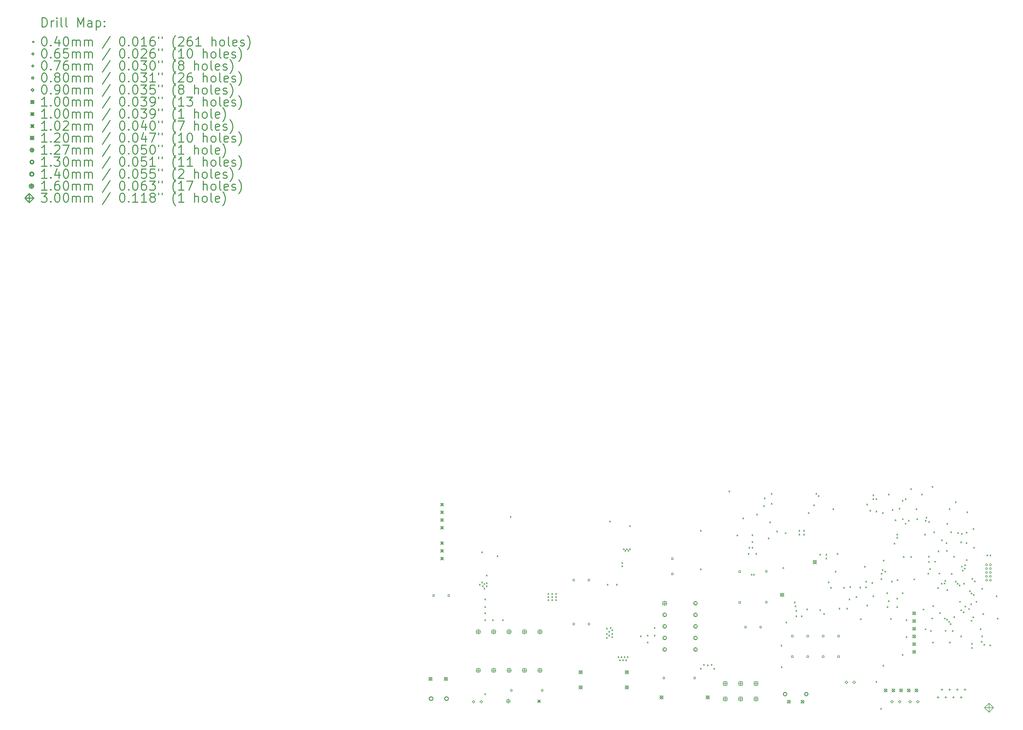
<source format=gbr>
%FSLAX45Y45*%
G04 Gerber Fmt 4.5, Leading zero omitted, Abs format (unit mm)*
G04 Created by KiCad (PCBNEW 4.0.2-stable) date 4/26/2017 12:46:55 AM*
%MOMM*%
G01*
G04 APERTURE LIST*
%ADD10C,0.127000*%
%ADD11C,0.200000*%
%ADD12C,0.300000*%
G04 APERTURE END LIST*
D10*
D11*
X14686600Y-18826800D02*
X14726600Y-18866800D01*
X14726600Y-18826800D02*
X14686600Y-18866800D01*
X14762800Y-17760000D02*
X14802800Y-17800000D01*
X14802800Y-17760000D02*
X14762800Y-17800000D01*
X14762800Y-18750600D02*
X14802800Y-18790600D01*
X14802800Y-18750600D02*
X14762800Y-18790600D01*
X14788200Y-18877600D02*
X14828200Y-18917600D01*
X14828200Y-18877600D02*
X14788200Y-18917600D01*
X14839000Y-18801400D02*
X14879000Y-18841400D01*
X14879000Y-18801400D02*
X14839000Y-18841400D01*
X14839000Y-18953800D02*
X14879000Y-18993800D01*
X14879000Y-18953800D02*
X14839000Y-18993800D01*
X14864400Y-19309400D02*
X14904400Y-19349400D01*
X14904400Y-19309400D02*
X14864400Y-19349400D01*
X14864400Y-19563400D02*
X14904400Y-19603400D01*
X14904400Y-19563400D02*
X14864400Y-19603400D01*
X14864400Y-19766600D02*
X14904400Y-19806600D01*
X14904400Y-19766600D02*
X14864400Y-19806600D01*
X14864400Y-19995200D02*
X14904400Y-20035200D01*
X14904400Y-19995200D02*
X14864400Y-20035200D01*
X14864400Y-22433600D02*
X14904400Y-22473600D01*
X14904400Y-22433600D02*
X14864400Y-22473600D01*
X14915200Y-18522000D02*
X14955200Y-18562000D01*
X14955200Y-18522000D02*
X14915200Y-18562000D01*
X14915200Y-18776000D02*
X14955200Y-18816000D01*
X14955200Y-18776000D02*
X14915200Y-18816000D01*
X14915200Y-18877600D02*
X14955200Y-18917600D01*
X14955200Y-18877600D02*
X14915200Y-18917600D01*
X15118400Y-19995200D02*
X15158400Y-20035200D01*
X15158400Y-19995200D02*
X15118400Y-20035200D01*
X15270800Y-17887000D02*
X15310800Y-17927000D01*
X15310800Y-17887000D02*
X15270800Y-17927000D01*
X15448600Y-19995200D02*
X15488600Y-20035200D01*
X15488600Y-19995200D02*
X15448600Y-20035200D01*
X15702600Y-16591600D02*
X15742600Y-16631600D01*
X15742600Y-16591600D02*
X15702600Y-16631600D01*
X16947200Y-19131600D02*
X16987200Y-19171600D01*
X16987200Y-19131600D02*
X16947200Y-19171600D01*
X16947200Y-19233200D02*
X16987200Y-19273200D01*
X16987200Y-19233200D02*
X16947200Y-19273200D01*
X16947200Y-19334800D02*
X16987200Y-19374800D01*
X16987200Y-19334800D02*
X16947200Y-19374800D01*
X17074200Y-19131600D02*
X17114200Y-19171600D01*
X17114200Y-19131600D02*
X17074200Y-19171600D01*
X17074200Y-19233200D02*
X17114200Y-19273200D01*
X17114200Y-19233200D02*
X17074200Y-19273200D01*
X17074200Y-19334800D02*
X17114200Y-19374800D01*
X17114200Y-19334800D02*
X17074200Y-19374800D01*
X17201200Y-19131600D02*
X17241200Y-19171600D01*
X17241200Y-19131600D02*
X17201200Y-19171600D01*
X17201200Y-19233200D02*
X17241200Y-19273200D01*
X17241200Y-19233200D02*
X17201200Y-19273200D01*
X17201200Y-19334800D02*
X17241200Y-19374800D01*
X17241200Y-19334800D02*
X17201200Y-19374800D01*
X18877600Y-20274600D02*
X18917600Y-20314600D01*
X18917600Y-20274600D02*
X18877600Y-20314600D01*
X18877600Y-20452400D02*
X18917600Y-20492400D01*
X18917600Y-20452400D02*
X18877600Y-20492400D01*
X18877600Y-20579400D02*
X18917600Y-20619400D01*
X18917600Y-20579400D02*
X18877600Y-20619400D01*
X18903000Y-18826800D02*
X18943000Y-18866800D01*
X18943000Y-18826800D02*
X18903000Y-18866800D01*
X18953800Y-20376200D02*
X18993800Y-20416200D01*
X18993800Y-20376200D02*
X18953800Y-20416200D01*
X18953800Y-20503200D02*
X18993800Y-20543200D01*
X18993800Y-20503200D02*
X18953800Y-20543200D01*
X18979200Y-16744000D02*
X19019200Y-16784000D01*
X19019200Y-16744000D02*
X18979200Y-16784000D01*
X19004600Y-20249200D02*
X19044600Y-20289200D01*
X19044600Y-20249200D02*
X19004600Y-20289200D01*
X19055400Y-20325400D02*
X19095400Y-20365400D01*
X19095400Y-20325400D02*
X19055400Y-20365400D01*
X19055400Y-20452400D02*
X19095400Y-20492400D01*
X19095400Y-20452400D02*
X19055400Y-20492400D01*
X19055400Y-20554000D02*
X19095400Y-20594000D01*
X19095400Y-20554000D02*
X19055400Y-20594000D01*
X19207800Y-18826800D02*
X19247800Y-18866800D01*
X19247800Y-18826800D02*
X19207800Y-18866800D01*
X19258600Y-21214400D02*
X19298600Y-21254400D01*
X19298600Y-21214400D02*
X19258600Y-21254400D01*
X19309400Y-21316000D02*
X19349400Y-21356000D01*
X19349400Y-21316000D02*
X19309400Y-21356000D01*
X19360200Y-21214400D02*
X19400200Y-21254400D01*
X19400200Y-21214400D02*
X19360200Y-21254400D01*
X19385600Y-18115600D02*
X19425600Y-18155600D01*
X19425600Y-18115600D02*
X19385600Y-18155600D01*
X19385600Y-18217200D02*
X19425600Y-18257200D01*
X19425600Y-18217200D02*
X19385600Y-18257200D01*
X19411000Y-21316000D02*
X19451000Y-21356000D01*
X19451000Y-21316000D02*
X19411000Y-21356000D01*
X19436400Y-17658400D02*
X19476400Y-17698400D01*
X19476400Y-17658400D02*
X19436400Y-17698400D01*
X19461800Y-21214400D02*
X19501800Y-21254400D01*
X19501800Y-21214400D02*
X19461800Y-21254400D01*
X19487200Y-17709200D02*
X19527200Y-17749200D01*
X19527200Y-17709200D02*
X19487200Y-17749200D01*
X19512600Y-21316000D02*
X19552600Y-21356000D01*
X19552600Y-21316000D02*
X19512600Y-21356000D01*
X19538000Y-17658400D02*
X19578000Y-17698400D01*
X19578000Y-17658400D02*
X19538000Y-17698400D01*
X19563400Y-21214400D02*
X19603400Y-21254400D01*
X19603400Y-21214400D02*
X19563400Y-21254400D01*
X19588800Y-17709200D02*
X19628800Y-17749200D01*
X19628800Y-17709200D02*
X19588800Y-17749200D01*
X19639600Y-16896400D02*
X19679600Y-16936400D01*
X19679600Y-16896400D02*
X19639600Y-16936400D01*
X19639600Y-17658400D02*
X19679600Y-17698400D01*
X19679600Y-17658400D02*
X19639600Y-17698400D01*
X19995200Y-20528600D02*
X20035200Y-20568600D01*
X20035200Y-20528600D02*
X19995200Y-20568600D01*
X20223800Y-20503200D02*
X20263800Y-20543200D01*
X20263800Y-20503200D02*
X20223800Y-20543200D01*
X20223800Y-20731800D02*
X20263800Y-20771800D01*
X20263800Y-20731800D02*
X20223800Y-20771800D01*
X20452400Y-20249200D02*
X20492400Y-20289200D01*
X20492400Y-20249200D02*
X20452400Y-20289200D01*
X20452400Y-20503200D02*
X20492400Y-20543200D01*
X20492400Y-20503200D02*
X20452400Y-20543200D01*
X21976400Y-17048800D02*
X22016400Y-17088800D01*
X22016400Y-17048800D02*
X21976400Y-17088800D01*
X21976400Y-18318800D02*
X22016400Y-18358800D01*
X22016400Y-18318800D02*
X21976400Y-18358800D01*
X21976400Y-21595400D02*
X22016400Y-21635400D01*
X22016400Y-21595400D02*
X21976400Y-21635400D01*
X22078000Y-21468400D02*
X22118000Y-21508400D01*
X22118000Y-21468400D02*
X22078000Y-21508400D01*
X22205000Y-21481100D02*
X22245000Y-21521100D01*
X22245000Y-21481100D02*
X22205000Y-21521100D01*
X22332000Y-21468400D02*
X22372000Y-21508400D01*
X22372000Y-21468400D02*
X22332000Y-21508400D01*
X22420900Y-21595400D02*
X22460900Y-21635400D01*
X22460900Y-21595400D02*
X22420900Y-21635400D01*
X22916200Y-15753400D02*
X22956200Y-15793400D01*
X22956200Y-15753400D02*
X22916200Y-15793400D01*
X23182900Y-17201200D02*
X23222900Y-17241200D01*
X23222900Y-17201200D02*
X23182900Y-17241200D01*
X23373400Y-16642400D02*
X23413400Y-16682400D01*
X23413400Y-16642400D02*
X23373400Y-16682400D01*
X23551200Y-17810800D02*
X23591200Y-17850800D01*
X23591200Y-17810800D02*
X23551200Y-17850800D01*
X23576600Y-17607600D02*
X23616600Y-17647600D01*
X23616600Y-17607600D02*
X23576600Y-17647600D01*
X23652800Y-18496600D02*
X23692800Y-18536600D01*
X23692800Y-18496600D02*
X23652800Y-18536600D01*
X23678200Y-17188500D02*
X23718200Y-17228500D01*
X23718200Y-17188500D02*
X23678200Y-17228500D01*
X23678200Y-17417100D02*
X23718200Y-17457100D01*
X23718200Y-17417100D02*
X23678200Y-17457100D01*
X23678200Y-17607600D02*
X23718200Y-17647600D01*
X23718200Y-17607600D02*
X23678200Y-17647600D01*
X23729000Y-18496600D02*
X23769000Y-18536600D01*
X23769000Y-18496600D02*
X23729000Y-18536600D01*
X23805200Y-17810800D02*
X23845200Y-17850800D01*
X23845200Y-17810800D02*
X23805200Y-17850800D01*
X23830600Y-16515400D02*
X23870600Y-16555400D01*
X23870600Y-16515400D02*
X23830600Y-16555400D01*
X24059200Y-16236000D02*
X24099200Y-16276000D01*
X24099200Y-16236000D02*
X24059200Y-16276000D01*
X24084600Y-15982000D02*
X24124600Y-16022000D01*
X24124600Y-15982000D02*
X24084600Y-16022000D01*
X24211600Y-17302800D02*
X24251600Y-17342800D01*
X24251600Y-17302800D02*
X24211600Y-17342800D01*
X24262400Y-16769400D02*
X24302400Y-16809400D01*
X24302400Y-16769400D02*
X24262400Y-16809400D01*
X24313200Y-15829600D02*
X24353200Y-15869600D01*
X24353200Y-15829600D02*
X24313200Y-15869600D01*
X24313200Y-16159800D02*
X24353200Y-16199800D01*
X24353200Y-16159800D02*
X24313200Y-16199800D01*
X24490999Y-17074200D02*
X24530999Y-17114200D01*
X24530999Y-17074200D02*
X24490999Y-17114200D01*
X24633240Y-20830860D02*
X24673240Y-20870860D01*
X24673240Y-20830860D02*
X24633240Y-20870860D01*
X24643400Y-21544600D02*
X24683400Y-21584600D01*
X24683400Y-21544600D02*
X24643400Y-21584600D01*
X24698666Y-18272466D02*
X24738666Y-18312466D01*
X24738666Y-18272466D02*
X24698666Y-18312466D01*
X24774210Y-17127540D02*
X24814210Y-17167540D01*
X24814210Y-17127540D02*
X24774210Y-17167540D01*
X24795800Y-20071400D02*
X24835800Y-20111400D01*
X24835800Y-20071400D02*
X24795800Y-20111400D01*
X25075200Y-19411000D02*
X25115200Y-19451000D01*
X25115200Y-19411000D02*
X25075200Y-19451000D01*
X25100600Y-19538000D02*
X25140600Y-19578000D01*
X25140600Y-19538000D02*
X25100600Y-19578000D01*
X25126000Y-19690400D02*
X25166000Y-19730400D01*
X25166000Y-19690400D02*
X25126000Y-19730400D01*
X25126000Y-19868200D02*
X25166000Y-19908200D01*
X25166000Y-19868200D02*
X25126000Y-19908200D01*
X25227600Y-17048800D02*
X25267600Y-17088800D01*
X25267600Y-17048800D02*
X25227600Y-17088800D01*
X25227600Y-17175800D02*
X25267600Y-17215800D01*
X25267600Y-17175800D02*
X25227600Y-17215800D01*
X25303800Y-19868200D02*
X25343800Y-19908200D01*
X25343800Y-19868200D02*
X25303800Y-19908200D01*
X25380000Y-17048800D02*
X25420000Y-17088800D01*
X25420000Y-17048800D02*
X25380000Y-17088800D01*
X25380000Y-17175800D02*
X25420000Y-17215800D01*
X25420000Y-17175800D02*
X25380000Y-17215800D01*
X25481600Y-19639600D02*
X25521600Y-19679600D01*
X25521600Y-19639600D02*
X25481600Y-19679600D01*
X25532400Y-16464600D02*
X25572400Y-16504600D01*
X25572400Y-16464600D02*
X25532400Y-16504600D01*
X25710200Y-16210600D02*
X25750200Y-16250600D01*
X25750200Y-16210600D02*
X25710200Y-16250600D01*
X25786400Y-15829600D02*
X25826400Y-15869600D01*
X25826400Y-15829600D02*
X25786400Y-15869600D01*
X25862600Y-15905800D02*
X25902600Y-15945800D01*
X25902600Y-15905800D02*
X25862600Y-15945800D01*
X25913400Y-17836200D02*
X25953400Y-17876200D01*
X25953400Y-17836200D02*
X25913400Y-17876200D01*
X25913400Y-19665000D02*
X25953400Y-19705000D01*
X25953400Y-19665000D02*
X25913400Y-19705000D01*
X26040400Y-19792000D02*
X26080400Y-19832000D01*
X26080400Y-19792000D02*
X26040400Y-19832000D01*
X26116600Y-17836200D02*
X26156600Y-17876200D01*
X26156600Y-17836200D02*
X26116600Y-17876200D01*
X26116600Y-17963200D02*
X26156600Y-18003200D01*
X26156600Y-17963200D02*
X26116600Y-18003200D01*
X26192800Y-18750600D02*
X26232800Y-18790600D01*
X26232800Y-18750600D02*
X26192800Y-18790600D01*
X26269000Y-18928400D02*
X26309000Y-18968400D01*
X26309000Y-18928400D02*
X26269000Y-18968400D01*
X26345200Y-16337600D02*
X26385200Y-16377600D01*
X26385200Y-16337600D02*
X26345200Y-16377600D01*
X26421400Y-18395000D02*
X26461400Y-18435000D01*
X26461400Y-18395000D02*
X26421400Y-18435000D01*
X26484900Y-17810800D02*
X26524900Y-17850800D01*
X26524900Y-17810800D02*
X26484900Y-17850800D01*
X26548400Y-19614200D02*
X26588400Y-19654200D01*
X26588400Y-19614200D02*
X26548400Y-19654200D01*
X26700800Y-18928400D02*
X26740800Y-18968400D01*
X26740800Y-18928400D02*
X26700800Y-18968400D01*
X26802400Y-19614200D02*
X26842400Y-19654200D01*
X26842400Y-19614200D02*
X26802400Y-19654200D01*
X26878600Y-19309400D02*
X26918600Y-19349400D01*
X26918600Y-19309400D02*
X26878600Y-19349400D01*
X26904000Y-18903000D02*
X26944000Y-18943000D01*
X26944000Y-18903000D02*
X26904000Y-18943000D01*
X27107200Y-19233200D02*
X27147200Y-19273200D01*
X27147200Y-19233200D02*
X27107200Y-19273200D01*
X27234200Y-18915700D02*
X27274200Y-18955700D01*
X27274200Y-18915700D02*
X27234200Y-18955700D01*
X27253250Y-19957100D02*
X27293250Y-19997100D01*
X27293250Y-19957100D02*
X27253250Y-19997100D01*
X27386600Y-18229900D02*
X27426600Y-18269900D01*
X27426600Y-18229900D02*
X27386600Y-18269900D01*
X27425970Y-18910620D02*
X27465970Y-18950620D01*
X27465970Y-18910620D02*
X27425970Y-18950620D01*
X27433590Y-18721390D02*
X27473590Y-18761390D01*
X27473590Y-18721390D02*
X27433590Y-18761390D01*
X27462800Y-16185200D02*
X27502800Y-16225200D01*
X27502800Y-16185200D02*
X27462800Y-16225200D01*
X27462800Y-19512600D02*
X27502800Y-19552600D01*
X27502800Y-19512600D02*
X27462800Y-19552600D01*
X27564400Y-16388400D02*
X27604400Y-16428400D01*
X27604400Y-16388400D02*
X27564400Y-16428400D01*
X27631710Y-18763300D02*
X27671710Y-18803300D01*
X27671710Y-18763300D02*
X27631710Y-18803300D01*
X27666000Y-15880400D02*
X27706000Y-15920400D01*
X27706000Y-15880400D02*
X27666000Y-15920400D01*
X27666000Y-16007400D02*
X27706000Y-16047400D01*
X27706000Y-16007400D02*
X27666000Y-16047400D01*
X27666000Y-19207800D02*
X27706000Y-19247800D01*
X27706000Y-19207800D02*
X27666000Y-19247800D01*
X27767600Y-16007400D02*
X27807600Y-16047400D01*
X27807600Y-16007400D02*
X27767600Y-16047400D01*
X27767600Y-16413800D02*
X27807600Y-16453800D01*
X27807600Y-16413800D02*
X27767600Y-16453800D01*
X27767600Y-22027200D02*
X27807600Y-22067200D01*
X27807600Y-22027200D02*
X27767600Y-22067200D01*
X27920000Y-22916200D02*
X27960000Y-22956200D01*
X27960000Y-22916200D02*
X27920000Y-22956200D01*
X27932700Y-18636300D02*
X27972700Y-18676300D01*
X27972700Y-18636300D02*
X27932700Y-18676300D01*
X27939050Y-18463580D02*
X27979050Y-18503580D01*
X27979050Y-18463580D02*
X27939050Y-18503580D01*
X27970800Y-18344200D02*
X28010800Y-18384200D01*
X28010800Y-18344200D02*
X27970800Y-18384200D01*
X27978420Y-16462060D02*
X28018420Y-16502060D01*
X28018420Y-16462060D02*
X27978420Y-16502060D01*
X27996200Y-21493800D02*
X28036200Y-21533800D01*
X28036200Y-21493800D02*
X27996200Y-21533800D01*
X28008900Y-18026700D02*
X28048900Y-18066700D01*
X28048900Y-18026700D02*
X28008900Y-18066700D01*
X28059700Y-18395000D02*
X28099700Y-18435000D01*
X28099700Y-18395000D02*
X28059700Y-18435000D01*
X28123200Y-19106200D02*
X28163200Y-19146200D01*
X28163200Y-19106200D02*
X28123200Y-19146200D01*
X28135900Y-19563400D02*
X28175900Y-19603400D01*
X28175900Y-19563400D02*
X28135900Y-19603400D01*
X28174000Y-15855000D02*
X28214000Y-15895000D01*
X28214000Y-15855000D02*
X28174000Y-15895000D01*
X28174000Y-19365280D02*
X28214000Y-19405280D01*
X28214000Y-19365280D02*
X28174000Y-19405280D01*
X28243850Y-19950750D02*
X28283850Y-19990750D01*
X28283850Y-19950750D02*
X28243850Y-19990750D01*
X28275600Y-18725200D02*
X28315600Y-18765200D01*
X28315600Y-18725200D02*
X28275600Y-18765200D01*
X28301000Y-16363000D02*
X28341000Y-16403000D01*
X28341000Y-16363000D02*
X28301000Y-16403000D01*
X28361960Y-17467900D02*
X28401960Y-17507900D01*
X28401960Y-17467900D02*
X28361960Y-17507900D01*
X28397520Y-16700820D02*
X28437520Y-16740820D01*
X28437520Y-16700820D02*
X28397520Y-16740820D01*
X28453400Y-17175800D02*
X28493400Y-17215800D01*
X28493400Y-17175800D02*
X28453400Y-17215800D01*
X28453400Y-17277400D02*
X28493400Y-17317400D01*
X28493400Y-17277400D02*
X28453400Y-17317400D01*
X28453400Y-19284000D02*
X28493400Y-19324000D01*
X28493400Y-19284000D02*
X28453400Y-19324000D01*
X28453400Y-19563400D02*
X28493400Y-19603400D01*
X28493400Y-19563400D02*
X28453400Y-19603400D01*
X28466100Y-18674400D02*
X28506100Y-18714400D01*
X28506100Y-18674400D02*
X28466100Y-18714400D01*
X28528330Y-16318550D02*
X28568330Y-16358550D01*
X28568330Y-16318550D02*
X28528330Y-16358550D01*
X28631200Y-16058200D02*
X28671200Y-16098200D01*
X28671200Y-16058200D02*
X28631200Y-16098200D01*
X28631200Y-19106200D02*
X28671200Y-19146200D01*
X28671200Y-19106200D02*
X28631200Y-19146200D01*
X28631200Y-21138200D02*
X28671200Y-21178200D01*
X28671200Y-21138200D02*
X28631200Y-21178200D01*
X28638820Y-16662720D02*
X28678820Y-16702720D01*
X28678820Y-16662720D02*
X28638820Y-16702720D01*
X28669300Y-17912400D02*
X28709300Y-17952400D01*
X28709300Y-17912400D02*
X28669300Y-17952400D01*
X28731530Y-16815120D02*
X28771530Y-16855120D01*
X28771530Y-16815120D02*
X28731530Y-16855120D01*
X28732800Y-16007400D02*
X28772800Y-16047400D01*
X28772800Y-16007400D02*
X28732800Y-16047400D01*
X28758200Y-19995200D02*
X28798200Y-20035200D01*
X28798200Y-19995200D02*
X28758200Y-20035200D01*
X28758200Y-20554000D02*
X28798200Y-20594000D01*
X28798200Y-20554000D02*
X28758200Y-20594000D01*
X28834400Y-16718600D02*
X28874400Y-16758600D01*
X28874400Y-16718600D02*
X28834400Y-16758600D01*
X28910600Y-15677200D02*
X28950600Y-15717200D01*
X28950600Y-15677200D02*
X28910600Y-15717200D01*
X28910600Y-17912400D02*
X28950600Y-17952400D01*
X28950600Y-17912400D02*
X28910600Y-17952400D01*
X29014740Y-18651540D02*
X29054740Y-18691540D01*
X29054740Y-18651540D02*
X29014740Y-18691540D01*
X29088400Y-16337600D02*
X29128400Y-16377600D01*
X29128400Y-16337600D02*
X29088400Y-16377600D01*
X29113800Y-16667800D02*
X29153800Y-16707800D01*
X29153800Y-16667800D02*
X29113800Y-16707800D01*
X29266200Y-15855000D02*
X29306200Y-15895000D01*
X29306200Y-15855000D02*
X29266200Y-15895000D01*
X29319540Y-19642140D02*
X29359540Y-19682140D01*
X29359540Y-19642140D02*
X29319540Y-19682140D01*
X29367800Y-17175800D02*
X29407800Y-17215800D01*
X29407800Y-17175800D02*
X29367800Y-17215800D01*
X29390660Y-20293650D02*
X29430660Y-20333650D01*
X29430660Y-20293650D02*
X29390660Y-20333650D01*
X29393200Y-16718600D02*
X29433200Y-16758600D01*
X29433200Y-16718600D02*
X29393200Y-16758600D01*
X29418600Y-16617000D02*
X29458600Y-16657000D01*
X29458600Y-16617000D02*
X29418600Y-16657000D01*
X29477020Y-18463580D02*
X29517020Y-18503580D01*
X29517020Y-18463580D02*
X29477020Y-18503580D01*
X29497340Y-18074960D02*
X29537340Y-18114960D01*
X29537340Y-18074960D02*
X29497340Y-18114960D01*
X29499880Y-17902240D02*
X29539880Y-17942240D01*
X29539880Y-17902240D02*
X29499880Y-17942240D01*
X29508770Y-16756700D02*
X29548770Y-16796700D01*
X29548770Y-16756700D02*
X29508770Y-16796700D01*
X29535440Y-18306100D02*
X29575440Y-18346100D01*
X29575440Y-18306100D02*
X29535440Y-18346100D01*
X29565920Y-20346990D02*
X29605920Y-20386990D01*
X29605920Y-20346990D02*
X29565920Y-20386990D01*
X29609100Y-19939320D02*
X29649100Y-19979320D01*
X29649100Y-19939320D02*
X29609100Y-19979320D01*
X29614180Y-15601000D02*
X29654180Y-15641000D01*
X29654180Y-15601000D02*
X29614180Y-15641000D01*
X29634500Y-20731800D02*
X29674500Y-20771800D01*
X29674500Y-20731800D02*
X29634500Y-20771800D01*
X29639580Y-19529110D02*
X29679580Y-19569110D01*
X29679580Y-19529110D02*
X29639580Y-19569110D01*
X29672600Y-17099600D02*
X29712600Y-17139600D01*
X29712600Y-17099600D02*
X29672600Y-17139600D01*
X29700662Y-18067340D02*
X29740662Y-18107340D01*
X29740662Y-18067340D02*
X29700662Y-18107340D01*
X29804680Y-18936020D02*
X29844680Y-18976020D01*
X29844680Y-18936020D02*
X29804680Y-18976020D01*
X29816110Y-17725710D02*
X29856110Y-17765710D01*
X29856110Y-17725710D02*
X29816110Y-17765710D01*
X29847860Y-18457230D02*
X29887860Y-18497230D01*
X29887860Y-18457230D02*
X29847860Y-18497230D01*
X29860560Y-19761520D02*
X29900560Y-19801520D01*
X29900560Y-19761520D02*
X29860560Y-19801520D01*
X29921520Y-18791240D02*
X29961520Y-18831240D01*
X29961520Y-18791240D02*
X29921520Y-18831240D01*
X29926600Y-17359950D02*
X29966600Y-17399950D01*
X29966600Y-17359950D02*
X29926600Y-17399950D01*
X30015500Y-18783620D02*
X30055500Y-18823620D01*
X30055500Y-18783620D02*
X30015500Y-18823620D01*
X30023120Y-19939320D02*
X30063120Y-19979320D01*
X30063120Y-19939320D02*
X30023120Y-19979320D01*
X30040900Y-18697260D02*
X30080900Y-18737260D01*
X30080900Y-18697260D02*
X30040900Y-18737260D01*
X30048520Y-20345720D02*
X30088520Y-20385720D01*
X30088520Y-20345720D02*
X30048520Y-20385720D01*
X30079000Y-17455200D02*
X30119000Y-17495200D01*
X30119000Y-17455200D02*
X30079000Y-17495200D01*
X30089160Y-17711740D02*
X30129160Y-17751740D01*
X30129160Y-17711740D02*
X30089160Y-17751740D01*
X30099320Y-19974880D02*
X30139320Y-20014880D01*
X30139320Y-19974880D02*
X30099320Y-20014880D01*
X30104400Y-16820200D02*
X30144400Y-16860200D01*
X30144400Y-16820200D02*
X30104400Y-16860200D01*
X30109480Y-19003330D02*
X30149480Y-19043330D01*
X30149480Y-19003330D02*
X30109480Y-19043330D01*
X30167900Y-20051080D02*
X30207900Y-20091080D01*
X30207900Y-20051080D02*
X30167900Y-20091080D01*
X30180600Y-16337600D02*
X30220600Y-16377600D01*
X30220600Y-16337600D02*
X30180600Y-16377600D01*
X30193300Y-20731800D02*
X30233300Y-20771800D01*
X30233300Y-20731800D02*
X30193300Y-20771800D01*
X30218700Y-20122200D02*
X30258700Y-20162200D01*
X30258700Y-20122200D02*
X30218700Y-20162200D01*
X30231400Y-17099600D02*
X30271400Y-17139600D01*
X30271400Y-17099600D02*
X30231400Y-17139600D01*
X30250450Y-18467390D02*
X30290450Y-18507390D01*
X30290450Y-18467390D02*
X30250450Y-18507390D01*
X30282200Y-20350800D02*
X30322200Y-20390800D01*
X30322200Y-20350800D02*
X30282200Y-20390800D01*
X30324110Y-17899700D02*
X30364110Y-17939700D01*
X30364110Y-17899700D02*
X30324110Y-17939700D01*
X30333000Y-19893600D02*
X30373000Y-19933600D01*
X30373000Y-19893600D02*
X30333000Y-19933600D01*
X30383800Y-16109000D02*
X30423800Y-16149000D01*
X30423800Y-16109000D02*
X30383800Y-16149000D01*
X30383800Y-18725200D02*
X30423800Y-18765200D01*
X30423800Y-18725200D02*
X30383800Y-18765200D01*
X30447300Y-18788700D02*
X30487300Y-18828700D01*
X30487300Y-18788700D02*
X30447300Y-18828700D01*
X30460000Y-17125000D02*
X30500000Y-17165000D01*
X30500000Y-17125000D02*
X30460000Y-17165000D01*
X30510800Y-18852200D02*
X30550800Y-18892200D01*
X30550800Y-18852200D02*
X30510800Y-18892200D01*
X30520960Y-19386870D02*
X30560960Y-19426870D01*
X30560960Y-19386870D02*
X30520960Y-19426870D01*
X30561600Y-17429800D02*
X30601600Y-17469800D01*
X30601600Y-17429800D02*
X30561600Y-17469800D01*
X30561600Y-20528600D02*
X30601600Y-20568600D01*
X30601600Y-20528600D02*
X30561600Y-20568600D01*
X30564140Y-19666270D02*
X30604140Y-19706270D01*
X30604140Y-19666270D02*
X30564140Y-19706270D01*
X30585730Y-18228630D02*
X30625730Y-18268630D01*
X30625730Y-18228630D02*
X30585730Y-18268630D01*
X30587000Y-17150400D02*
X30627000Y-17190400D01*
X30627000Y-17150400D02*
X30587000Y-17190400D01*
X30617480Y-18358170D02*
X30657480Y-18398170D01*
X30657480Y-18358170D02*
X30617480Y-18398170D01*
X30650500Y-19729770D02*
X30690500Y-19769770D01*
X30690500Y-19729770D02*
X30650500Y-19769770D01*
X30658120Y-18793780D02*
X30698120Y-18833780D01*
X30698120Y-18793780D02*
X30658120Y-18833780D01*
X30686060Y-18289590D02*
X30726060Y-18329590D01*
X30726060Y-18289590D02*
X30686060Y-18329590D01*
X30691140Y-18184180D02*
X30731140Y-18224180D01*
X30731140Y-18184180D02*
X30691140Y-18224180D01*
X30700030Y-19546890D02*
X30740030Y-19586890D01*
X30740030Y-19546890D02*
X30700030Y-19586890D01*
X30739400Y-17455200D02*
X30779400Y-17495200D01*
X30779400Y-17455200D02*
X30739400Y-17495200D01*
X30743210Y-17105950D02*
X30783210Y-17145950D01*
X30783210Y-17105950D02*
X30743210Y-17145950D01*
X30747020Y-18010190D02*
X30787020Y-18050190D01*
X30787020Y-18010190D02*
X30747020Y-18050190D01*
X30764800Y-16439200D02*
X30804800Y-16479200D01*
X30804800Y-16439200D02*
X30764800Y-16479200D01*
X30824490Y-19625630D02*
X30864490Y-19665630D01*
X30864490Y-19625630D02*
X30824490Y-19665630D01*
X30852430Y-19033810D02*
X30892430Y-19073810D01*
X30892430Y-19033810D02*
X30852430Y-19073810D01*
X30891800Y-19468150D02*
X30931800Y-19508150D01*
X30931800Y-19468150D02*
X30891800Y-19508150D01*
X30903230Y-19115090D02*
X30943230Y-19155090D01*
X30943230Y-19115090D02*
X30903230Y-19155090D01*
X30904500Y-20015520D02*
X30944500Y-20055520D01*
X30944500Y-20015520D02*
X30904500Y-20055520D01*
X30917200Y-20769900D02*
X30957200Y-20809900D01*
X30957200Y-20769900D02*
X30917200Y-20809900D01*
X30917200Y-20909600D02*
X30957200Y-20949600D01*
X30957200Y-20909600D02*
X30917200Y-20949600D01*
X30927360Y-18633760D02*
X30967360Y-18673760D01*
X30967360Y-18633760D02*
X30927360Y-18673760D01*
X30962920Y-19899950D02*
X31002920Y-19939950D01*
X31002920Y-19899950D02*
X30962920Y-19939950D01*
X30968000Y-16985300D02*
X31008000Y-17025300D01*
X31008000Y-16985300D02*
X30968000Y-17025300D01*
X30976890Y-19164620D02*
X31016890Y-19204620D01*
X31016890Y-19164620D02*
X30976890Y-19204620D01*
X30987050Y-17603790D02*
X31027050Y-17643790D01*
X31027050Y-17603790D02*
X30987050Y-17643790D01*
X31016260Y-18716310D02*
X31056260Y-18756310D01*
X31056260Y-18716310D02*
X31016260Y-18756310D01*
X31069600Y-19388140D02*
X31109600Y-19428140D01*
X31109600Y-19388140D02*
X31069600Y-19428140D01*
X31204220Y-20287300D02*
X31244220Y-20327300D01*
X31244220Y-20287300D02*
X31204220Y-20327300D01*
X31242320Y-20706400D02*
X31282320Y-20746400D01*
X31282320Y-20706400D02*
X31242320Y-20746400D01*
X31255020Y-18962690D02*
X31295020Y-19002690D01*
X31295020Y-18962690D02*
X31255020Y-19002690D01*
X31256290Y-20526060D02*
X31296290Y-20566060D01*
X31296290Y-20526060D02*
X31256290Y-20566060D01*
X31293120Y-19792000D02*
X31333120Y-19832000D01*
X31333120Y-19792000D02*
X31293120Y-19832000D01*
X31323600Y-20808000D02*
X31363600Y-20848000D01*
X31363600Y-20808000D02*
X31323600Y-20848000D01*
X31425200Y-17861600D02*
X31465200Y-17901600D01*
X31465200Y-17861600D02*
X31425200Y-17901600D01*
X31524260Y-20823240D02*
X31564260Y-20863240D01*
X31564260Y-20823240D02*
X31524260Y-20863240D01*
X31526800Y-17861600D02*
X31566800Y-17901600D01*
X31566800Y-17861600D02*
X31526800Y-17901600D01*
X31730000Y-19207800D02*
X31770000Y-19247800D01*
X31770000Y-19207800D02*
X31730000Y-19247800D01*
X31765560Y-19943200D02*
X31805560Y-19983200D01*
X31805560Y-19943200D02*
X31765560Y-19983200D01*
X31452300Y-18186400D02*
G75*
G03X31452300Y-18186400I-32500J0D01*
G01*
X31452300Y-18313400D02*
G75*
G03X31452300Y-18313400I-32500J0D01*
G01*
X31452300Y-18440400D02*
G75*
G03X31452300Y-18440400I-32500J0D01*
G01*
X31452300Y-18567400D02*
G75*
G03X31452300Y-18567400I-32500J0D01*
G01*
X31452300Y-18694400D02*
G75*
G03X31452300Y-18694400I-32500J0D01*
G01*
X31579300Y-18186400D02*
G75*
G03X31579300Y-18186400I-32500J0D01*
G01*
X31579300Y-18313400D02*
G75*
G03X31579300Y-18313400I-32500J0D01*
G01*
X31579300Y-18440400D02*
G75*
G03X31579300Y-18440400I-32500J0D01*
G01*
X31579300Y-18567400D02*
G75*
G03X31579300Y-18567400I-32500J0D01*
G01*
X31579300Y-18694400D02*
G75*
G03X31579300Y-18694400I-32500J0D01*
G01*
X29819600Y-22517200D02*
X29819600Y-22593200D01*
X29781600Y-22555200D02*
X29857600Y-22555200D01*
X29946600Y-22263200D02*
X29946600Y-22339200D01*
X29908600Y-22301200D02*
X29984600Y-22301200D01*
X30073600Y-22517200D02*
X30073600Y-22593200D01*
X30035600Y-22555200D02*
X30111600Y-22555200D01*
X30200600Y-22263200D02*
X30200600Y-22339200D01*
X30162600Y-22301200D02*
X30238600Y-22301200D01*
X30327600Y-22517200D02*
X30327600Y-22593200D01*
X30289600Y-22555200D02*
X30365600Y-22555200D01*
X30454600Y-22263200D02*
X30454600Y-22339200D01*
X30416600Y-22301200D02*
X30492600Y-22301200D01*
X30581600Y-22517200D02*
X30581600Y-22593200D01*
X30543600Y-22555200D02*
X30619600Y-22555200D01*
X30708600Y-22263200D02*
X30708600Y-22339200D01*
X30670600Y-22301200D02*
X30746600Y-22301200D01*
X13210884Y-19230685D02*
X13210884Y-19174116D01*
X13154315Y-19174116D01*
X13154315Y-19230685D01*
X13210884Y-19230685D01*
X13710884Y-19230685D02*
X13710884Y-19174116D01*
X13654315Y-19174116D01*
X13654315Y-19230685D01*
X13710884Y-19230685D01*
X15776284Y-22354885D02*
X15776284Y-22298316D01*
X15719715Y-22298316D01*
X15719715Y-22354885D01*
X15776284Y-22354885D01*
X16792285Y-22354885D02*
X16792285Y-22298316D01*
X16735715Y-22298316D01*
X16735715Y-22354885D01*
X16792285Y-22354885D01*
X17833685Y-18722685D02*
X17833685Y-18666116D01*
X17777116Y-18666116D01*
X17777116Y-18722685D01*
X17833685Y-18722685D01*
X17833685Y-20170485D02*
X17833685Y-20113916D01*
X17777116Y-20113916D01*
X17777116Y-20170485D01*
X17833685Y-20170485D01*
X18333685Y-18722685D02*
X18333685Y-18666116D01*
X18277116Y-18666116D01*
X18277116Y-18722685D01*
X18333685Y-18722685D01*
X18333685Y-20170485D02*
X18333685Y-20113916D01*
X18277116Y-20113916D01*
X18277116Y-20170485D01*
X18333685Y-20170485D01*
X20805485Y-21948485D02*
X20805485Y-21891916D01*
X20748916Y-21891916D01*
X20748916Y-21948485D01*
X20805485Y-21948485D01*
X21084885Y-18019485D02*
X21084885Y-17962916D01*
X21028316Y-17962916D01*
X21028316Y-18019485D01*
X21084885Y-18019485D01*
X21084885Y-18519485D02*
X21084885Y-18462916D01*
X21028316Y-18462916D01*
X21028316Y-18519485D01*
X21084885Y-18519485D01*
X21821485Y-21948485D02*
X21821485Y-21891916D01*
X21764916Y-21891916D01*
X21764916Y-21948485D01*
X21821485Y-21948485D01*
X23307384Y-18443285D02*
X23307384Y-18386716D01*
X23250815Y-18386716D01*
X23250815Y-18443285D01*
X23307384Y-18443285D01*
X23307384Y-19459285D02*
X23307384Y-19402716D01*
X23250815Y-19402716D01*
X23250815Y-19459285D01*
X23307384Y-19459285D01*
X23497884Y-20272085D02*
X23497884Y-20215516D01*
X23441315Y-20215516D01*
X23441315Y-20272085D01*
X23497884Y-20272085D01*
X23997884Y-20272085D02*
X23997884Y-20215516D01*
X23941315Y-20215516D01*
X23941315Y-20272085D01*
X23997884Y-20272085D01*
X24183684Y-18430585D02*
X24183684Y-18374016D01*
X24127115Y-18374016D01*
X24127115Y-18430585D01*
X24183684Y-18430585D01*
X24183684Y-19446585D02*
X24183684Y-19390016D01*
X24127115Y-19390016D01*
X24127115Y-19446585D01*
X24183684Y-19446585D01*
X25040934Y-20564185D02*
X25040934Y-20507616D01*
X24984365Y-20507616D01*
X24984365Y-20564185D01*
X25040934Y-20564185D01*
X25040934Y-21243635D02*
X25040934Y-21187066D01*
X24984365Y-21187066D01*
X24984365Y-21243635D01*
X25040934Y-21243635D01*
X25548934Y-20564185D02*
X25548934Y-20507616D01*
X25492365Y-20507616D01*
X25492365Y-20564185D01*
X25548934Y-20564185D01*
X25548934Y-21243635D02*
X25548934Y-21187066D01*
X25492365Y-21187066D01*
X25492365Y-21243635D01*
X25548934Y-21243635D01*
X26056934Y-20564185D02*
X26056934Y-20507616D01*
X26000365Y-20507616D01*
X26000365Y-20564185D01*
X26056934Y-20564185D01*
X26056934Y-21243635D02*
X26056934Y-21187066D01*
X26000365Y-21187066D01*
X26000365Y-21243635D01*
X26056934Y-21243635D01*
X26564934Y-20564185D02*
X26564934Y-20507616D01*
X26508365Y-20507616D01*
X26508365Y-20564185D01*
X26564934Y-20564185D01*
X26564934Y-21243635D02*
X26564934Y-21187066D01*
X26508365Y-21187066D01*
X26508365Y-21243635D01*
X26564934Y-21243635D01*
X14500000Y-22745000D02*
X14545000Y-22700000D01*
X14500000Y-22655000D01*
X14455000Y-22700000D01*
X14500000Y-22745000D01*
X14754000Y-22745000D02*
X14799000Y-22700000D01*
X14754000Y-22655000D01*
X14709000Y-22700000D01*
X14754000Y-22745000D01*
X26800000Y-22107000D02*
X26845000Y-22062000D01*
X26800000Y-22017000D01*
X26755000Y-22062000D01*
X26800000Y-22107000D01*
X27054000Y-22107000D02*
X27099000Y-22062000D01*
X27054000Y-22017000D01*
X27009000Y-22062000D01*
X27054000Y-22107000D01*
X28300000Y-22745000D02*
X28345000Y-22700000D01*
X28300000Y-22655000D01*
X28255000Y-22700000D01*
X28300000Y-22745000D01*
X28554000Y-22745000D02*
X28599000Y-22700000D01*
X28554000Y-22655000D01*
X28509000Y-22700000D01*
X28554000Y-22745000D01*
X28900000Y-22745000D02*
X28945000Y-22700000D01*
X28900000Y-22655000D01*
X28855000Y-22700000D01*
X28900000Y-22745000D01*
X29154000Y-22745000D02*
X29199000Y-22700000D01*
X29154000Y-22655000D01*
X29109000Y-22700000D01*
X29154000Y-22745000D01*
X24850000Y-22650000D02*
X24950000Y-22750000D01*
X24950000Y-22650000D02*
X24850000Y-22750000D01*
X24950000Y-22700000D02*
G75*
G03X24950000Y-22700000I-50000J0D01*
G01*
X25300000Y-22650000D02*
X25400000Y-22750000D01*
X25400000Y-22650000D02*
X25300000Y-22750000D01*
X25400000Y-22700000D02*
G75*
G03X25400000Y-22700000I-50000J0D01*
G01*
X28042400Y-22276600D02*
X28142400Y-22376600D01*
X28142400Y-22276600D02*
X28042400Y-22376600D01*
X28142400Y-22326600D02*
G75*
G03X28142400Y-22326600I-50000J0D01*
G01*
X28296400Y-22276600D02*
X28396400Y-22376600D01*
X28396400Y-22276600D02*
X28296400Y-22376600D01*
X28396400Y-22326600D02*
G75*
G03X28396400Y-22326600I-50000J0D01*
G01*
X28550400Y-22276600D02*
X28650400Y-22376600D01*
X28650400Y-22276600D02*
X28550400Y-22376600D01*
X28650400Y-22326600D02*
G75*
G03X28650400Y-22326600I-50000J0D01*
G01*
X28804400Y-22276600D02*
X28904400Y-22376600D01*
X28904400Y-22276600D02*
X28804400Y-22376600D01*
X28904400Y-22326600D02*
G75*
G03X28904400Y-22326600I-50000J0D01*
G01*
X28982200Y-19736600D02*
X29082200Y-19836600D01*
X29082200Y-19736600D02*
X28982200Y-19836600D01*
X29082200Y-19786600D02*
G75*
G03X29082200Y-19786600I-50000J0D01*
G01*
X28982200Y-19990600D02*
X29082200Y-20090600D01*
X29082200Y-19990600D02*
X28982200Y-20090600D01*
X29082200Y-20040600D02*
G75*
G03X29082200Y-20040600I-50000J0D01*
G01*
X28982200Y-20244600D02*
X29082200Y-20344600D01*
X29082200Y-20244600D02*
X28982200Y-20344600D01*
X29082200Y-20294600D02*
G75*
G03X29082200Y-20294600I-50000J0D01*
G01*
X28982200Y-20498600D02*
X29082200Y-20598600D01*
X29082200Y-20498600D02*
X28982200Y-20598600D01*
X29082200Y-20548600D02*
G75*
G03X29082200Y-20548600I-50000J0D01*
G01*
X28982200Y-20752600D02*
X29082200Y-20852600D01*
X29082200Y-20752600D02*
X28982200Y-20852600D01*
X29082200Y-20802600D02*
G75*
G03X29082200Y-20802600I-50000J0D01*
G01*
X28982200Y-21006600D02*
X29082200Y-21106600D01*
X29082200Y-21006600D02*
X28982200Y-21106600D01*
X29082200Y-21056600D02*
G75*
G03X29082200Y-21056600I-50000J0D01*
G01*
X29058400Y-22276600D02*
X29158400Y-22376600D01*
X29158400Y-22276600D02*
X29058400Y-22376600D01*
X29158400Y-22326600D02*
G75*
G03X29158400Y-22326600I-50000J0D01*
G01*
X16612362Y-22632416D02*
X16712438Y-22732492D01*
X16712438Y-22632416D02*
X16612362Y-22732492D01*
X16662400Y-22632416D02*
X16662400Y-22732492D01*
X16612362Y-22682454D02*
X16712438Y-22682454D01*
X13411200Y-16154400D02*
X13512800Y-16256000D01*
X13512800Y-16154400D02*
X13411200Y-16256000D01*
X13497921Y-16241121D02*
X13497921Y-16169279D01*
X13426079Y-16169279D01*
X13426079Y-16241121D01*
X13497921Y-16241121D01*
X13411200Y-16408400D02*
X13512800Y-16510000D01*
X13512800Y-16408400D02*
X13411200Y-16510000D01*
X13497921Y-16495121D02*
X13497921Y-16423279D01*
X13426079Y-16423279D01*
X13426079Y-16495121D01*
X13497921Y-16495121D01*
X13411200Y-16662400D02*
X13512800Y-16764000D01*
X13512800Y-16662400D02*
X13411200Y-16764000D01*
X13497921Y-16749121D02*
X13497921Y-16677279D01*
X13426079Y-16677279D01*
X13426079Y-16749121D01*
X13497921Y-16749121D01*
X13411200Y-16916400D02*
X13512800Y-17018000D01*
X13512800Y-16916400D02*
X13411200Y-17018000D01*
X13497921Y-17003121D02*
X13497921Y-16931279D01*
X13426079Y-16931279D01*
X13426079Y-17003121D01*
X13497921Y-17003121D01*
X13411200Y-17424400D02*
X13512800Y-17526000D01*
X13512800Y-17424400D02*
X13411200Y-17526000D01*
X13497921Y-17511121D02*
X13497921Y-17439279D01*
X13426079Y-17439279D01*
X13426079Y-17511121D01*
X13497921Y-17511121D01*
X13411200Y-17678400D02*
X13512800Y-17780000D01*
X13512800Y-17678400D02*
X13411200Y-17780000D01*
X13497921Y-17765121D02*
X13497921Y-17693279D01*
X13426079Y-17693279D01*
X13426079Y-17765121D01*
X13497921Y-17765121D01*
X13411200Y-17932400D02*
X13512800Y-18034000D01*
X13512800Y-17932400D02*
X13411200Y-18034000D01*
X13497921Y-18019121D02*
X13497921Y-17947279D01*
X13426079Y-17947279D01*
X13426079Y-18019121D01*
X13497921Y-18019121D01*
X13021000Y-21885600D02*
X13141000Y-22005600D01*
X13141000Y-21885600D02*
X13021000Y-22005600D01*
X13081000Y-22005600D02*
X13141000Y-21945600D01*
X13081000Y-21885600D01*
X13021000Y-21945600D01*
X13081000Y-22005600D01*
X13529000Y-21885600D02*
X13649000Y-22005600D01*
X13649000Y-21885600D02*
X13529000Y-22005600D01*
X13589000Y-22005600D02*
X13649000Y-21945600D01*
X13589000Y-21885600D01*
X13529000Y-21945600D01*
X13589000Y-22005600D01*
X17974000Y-21665000D02*
X18094000Y-21785000D01*
X18094000Y-21665000D02*
X17974000Y-21785000D01*
X18034000Y-21785000D02*
X18094000Y-21725000D01*
X18034000Y-21665000D01*
X17974000Y-21725000D01*
X18034000Y-21785000D01*
X17974000Y-22165000D02*
X18094000Y-22285000D01*
X18094000Y-22165000D02*
X17974000Y-22285000D01*
X18034000Y-22285000D02*
X18094000Y-22225000D01*
X18034000Y-22165000D01*
X17974000Y-22225000D01*
X18034000Y-22285000D01*
X19498000Y-21665000D02*
X19618000Y-21785000D01*
X19618000Y-21665000D02*
X19498000Y-21785000D01*
X19558000Y-21785000D02*
X19618000Y-21725000D01*
X19558000Y-21665000D01*
X19498000Y-21725000D01*
X19558000Y-21785000D01*
X19498000Y-22165000D02*
X19618000Y-22285000D01*
X19618000Y-22165000D02*
X19498000Y-22285000D01*
X19558000Y-22285000D02*
X19618000Y-22225000D01*
X19558000Y-22165000D01*
X19498000Y-22225000D01*
X19558000Y-22285000D01*
X20641000Y-22495200D02*
X20761000Y-22615200D01*
X20761000Y-22495200D02*
X20641000Y-22615200D01*
X20701000Y-22615200D02*
X20761000Y-22555200D01*
X20701000Y-22495200D01*
X20641000Y-22555200D01*
X20701000Y-22615200D01*
X22165000Y-22495200D02*
X22285000Y-22615200D01*
X22285000Y-22495200D02*
X22165000Y-22615200D01*
X22225000Y-22615200D02*
X22285000Y-22555200D01*
X22225000Y-22495200D01*
X22165000Y-22555200D01*
X22225000Y-22615200D01*
X24616100Y-19117000D02*
X24736100Y-19237000D01*
X24736100Y-19117000D02*
X24616100Y-19237000D01*
X24676100Y-19237000D02*
X24736100Y-19177000D01*
X24676100Y-19117000D01*
X24616100Y-19177000D01*
X24676100Y-19237000D01*
X25693731Y-18039369D02*
X25813731Y-18159369D01*
X25813731Y-18039369D02*
X25693731Y-18159369D01*
X25753731Y-18159369D02*
X25813731Y-18099369D01*
X25753731Y-18039369D01*
X25693731Y-18099369D01*
X25753731Y-18159369D01*
X15646400Y-22618954D02*
X15646400Y-22745954D01*
X15582900Y-22682454D02*
X15709900Y-22682454D01*
X15709900Y-22682454D02*
G75*
G03X15709900Y-22682454I-63500J0D01*
G01*
X20848562Y-19883362D02*
X20848562Y-19791438D01*
X20756638Y-19791438D01*
X20756638Y-19883362D01*
X20848562Y-19883362D01*
X20867600Y-19837400D02*
G75*
G03X20867600Y-19837400I-65000J0D01*
G01*
X20848562Y-20264362D02*
X20848562Y-20172438D01*
X20756638Y-20172438D01*
X20756638Y-20264362D01*
X20848562Y-20264362D01*
X20867600Y-20218400D02*
G75*
G03X20867600Y-20218400I-65000J0D01*
G01*
X20848562Y-20645362D02*
X20848562Y-20553438D01*
X20756638Y-20553438D01*
X20756638Y-20645362D01*
X20848562Y-20645362D01*
X20867600Y-20599400D02*
G75*
G03X20867600Y-20599400I-65000J0D01*
G01*
X20848562Y-21026362D02*
X20848562Y-20934438D01*
X20756638Y-20934438D01*
X20756638Y-21026362D01*
X20848562Y-21026362D01*
X20867600Y-20980400D02*
G75*
G03X20867600Y-20980400I-65000J0D01*
G01*
X21864562Y-19502362D02*
X21864562Y-19410438D01*
X21772638Y-19410438D01*
X21772638Y-19502362D01*
X21864562Y-19502362D01*
X21883600Y-19456400D02*
G75*
G03X21883600Y-19456400I-65000J0D01*
G01*
X21864562Y-19883362D02*
X21864562Y-19791438D01*
X21772638Y-19791438D01*
X21772638Y-19883362D01*
X21864562Y-19883362D01*
X21883600Y-19837400D02*
G75*
G03X21883600Y-19837400I-65000J0D01*
G01*
X21864562Y-20264362D02*
X21864562Y-20172438D01*
X21772638Y-20172438D01*
X21772638Y-20264362D01*
X21864562Y-20264362D01*
X21883600Y-20218400D02*
G75*
G03X21883600Y-20218400I-65000J0D01*
G01*
X21864562Y-20645362D02*
X21864562Y-20553438D01*
X21772638Y-20553438D01*
X21772638Y-20645362D01*
X21864562Y-20645362D01*
X21883600Y-20599400D02*
G75*
G03X21883600Y-20599400I-65000J0D01*
G01*
X21864562Y-21026362D02*
X21864562Y-20934438D01*
X21772638Y-20934438D01*
X21772638Y-21026362D01*
X21864562Y-21026362D01*
X21883600Y-20980400D02*
G75*
G03X21883600Y-20980400I-65000J0D01*
G01*
X24820962Y-22495962D02*
X24820962Y-22404038D01*
X24729038Y-22404038D01*
X24729038Y-22495962D01*
X24820962Y-22495962D01*
X24840000Y-22450000D02*
G75*
G03X24840000Y-22450000I-65000J0D01*
G01*
X25520962Y-22495962D02*
X25520962Y-22404038D01*
X25429038Y-22404038D01*
X25429038Y-22495962D01*
X25520962Y-22495962D01*
X25540000Y-22450000D02*
G75*
G03X25540000Y-22450000I-65000J0D01*
G01*
X13100000Y-22670000D02*
X13170000Y-22600000D01*
X13100000Y-22530000D01*
X13030000Y-22600000D01*
X13100000Y-22670000D01*
X13170000Y-22600000D02*
G75*
G03X13170000Y-22600000I-70000J0D01*
G01*
X13608000Y-22670000D02*
X13678000Y-22600000D01*
X13608000Y-22530000D01*
X13538000Y-22600000D01*
X13608000Y-22670000D01*
X13678000Y-22600000D02*
G75*
G03X13678000Y-22600000I-70000J0D01*
G01*
X14655800Y-20316200D02*
X14655800Y-20476200D01*
X14575800Y-20396200D02*
X14735800Y-20396200D01*
X14712369Y-20452769D02*
X14712369Y-20339631D01*
X14599231Y-20339631D01*
X14599231Y-20452769D01*
X14712369Y-20452769D01*
X14655800Y-21586200D02*
X14655800Y-21746200D01*
X14575800Y-21666200D02*
X14735800Y-21666200D01*
X14712369Y-21722769D02*
X14712369Y-21609631D01*
X14599231Y-21609631D01*
X14599231Y-21722769D01*
X14712369Y-21722769D01*
X15163800Y-20316200D02*
X15163800Y-20476200D01*
X15083800Y-20396200D02*
X15243800Y-20396200D01*
X15220369Y-20452769D02*
X15220369Y-20339631D01*
X15107231Y-20339631D01*
X15107231Y-20452769D01*
X15220369Y-20452769D01*
X15163800Y-21586200D02*
X15163800Y-21746200D01*
X15083800Y-21666200D02*
X15243800Y-21666200D01*
X15220369Y-21722769D02*
X15220369Y-21609631D01*
X15107231Y-21609631D01*
X15107231Y-21722769D01*
X15220369Y-21722769D01*
X15671800Y-20316200D02*
X15671800Y-20476200D01*
X15591800Y-20396200D02*
X15751800Y-20396200D01*
X15728369Y-20452769D02*
X15728369Y-20339631D01*
X15615231Y-20339631D01*
X15615231Y-20452769D01*
X15728369Y-20452769D01*
X15671800Y-21586200D02*
X15671800Y-21746200D01*
X15591800Y-21666200D02*
X15751800Y-21666200D01*
X15728369Y-21722769D02*
X15728369Y-21609631D01*
X15615231Y-21609631D01*
X15615231Y-21722769D01*
X15728369Y-21722769D01*
X16179800Y-20316200D02*
X16179800Y-20476200D01*
X16099800Y-20396200D02*
X16259800Y-20396200D01*
X16236369Y-20452769D02*
X16236369Y-20339631D01*
X16123231Y-20339631D01*
X16123231Y-20452769D01*
X16236369Y-20452769D01*
X16179800Y-21586200D02*
X16179800Y-21746200D01*
X16099800Y-21666200D02*
X16259800Y-21666200D01*
X16236369Y-21722769D02*
X16236369Y-21609631D01*
X16123231Y-21609631D01*
X16123231Y-21722769D01*
X16236369Y-21722769D01*
X16687800Y-20316200D02*
X16687800Y-20476200D01*
X16607800Y-20396200D02*
X16767800Y-20396200D01*
X16744369Y-20452769D02*
X16744369Y-20339631D01*
X16631231Y-20339631D01*
X16631231Y-20452769D01*
X16744369Y-20452769D01*
X16687800Y-21586200D02*
X16687800Y-21746200D01*
X16607800Y-21666200D02*
X16767800Y-21666200D01*
X16744369Y-21722769D02*
X16744369Y-21609631D01*
X16631231Y-21609631D01*
X16631231Y-21722769D01*
X16744369Y-21722769D01*
X20802600Y-19376400D02*
X20802600Y-19536400D01*
X20722600Y-19456400D02*
X20882600Y-19456400D01*
X20859169Y-19512969D02*
X20859169Y-19399831D01*
X20746031Y-19399831D01*
X20746031Y-19512969D01*
X20859169Y-19512969D01*
X22800000Y-22020000D02*
X22800000Y-22180000D01*
X22720000Y-22100000D02*
X22880000Y-22100000D01*
X22856569Y-22156569D02*
X22856569Y-22043431D01*
X22743431Y-22043431D01*
X22743431Y-22156569D01*
X22856569Y-22156569D01*
X22800000Y-22528000D02*
X22800000Y-22688000D01*
X22720000Y-22608000D02*
X22880000Y-22608000D01*
X22856569Y-22664569D02*
X22856569Y-22551431D01*
X22743431Y-22551431D01*
X22743431Y-22664569D01*
X22856569Y-22664569D01*
X23308000Y-22020000D02*
X23308000Y-22180000D01*
X23228000Y-22100000D02*
X23388000Y-22100000D01*
X23364569Y-22156569D02*
X23364569Y-22043431D01*
X23251431Y-22043431D01*
X23251431Y-22156569D01*
X23364569Y-22156569D01*
X23308000Y-22528000D02*
X23308000Y-22688000D01*
X23228000Y-22608000D02*
X23388000Y-22608000D01*
X23364569Y-22664569D02*
X23364569Y-22551431D01*
X23251431Y-22551431D01*
X23251431Y-22664569D01*
X23364569Y-22664569D01*
X23816000Y-22020000D02*
X23816000Y-22180000D01*
X23736000Y-22100000D02*
X23896000Y-22100000D01*
X23872569Y-22156569D02*
X23872569Y-22043431D01*
X23759431Y-22043431D01*
X23759431Y-22156569D01*
X23872569Y-22156569D01*
X23816000Y-22528000D02*
X23816000Y-22688000D01*
X23736000Y-22608000D02*
X23896000Y-22608000D01*
X23872569Y-22664569D02*
X23872569Y-22551431D01*
X23759431Y-22551431D01*
X23759431Y-22664569D01*
X23872569Y-22664569D01*
X31500000Y-22750000D02*
X31500000Y-23050000D01*
X31350000Y-22900000D02*
X31650000Y-22900000D01*
X31500000Y-23050000D02*
X31650000Y-22900000D01*
X31500000Y-22750000D01*
X31350000Y-22900000D01*
X31500000Y-23050000D01*
D12*
X271429Y-465714D02*
X271429Y-165714D01*
X342857Y-165714D01*
X385714Y-180000D01*
X414286Y-208571D01*
X428571Y-237143D01*
X442857Y-294286D01*
X442857Y-337143D01*
X428571Y-394286D01*
X414286Y-422857D01*
X385714Y-451429D01*
X342857Y-465714D01*
X271429Y-465714D01*
X571429Y-465714D02*
X571429Y-265714D01*
X571429Y-322857D02*
X585714Y-294286D01*
X600000Y-280000D01*
X628571Y-265714D01*
X657143Y-265714D01*
X757143Y-465714D02*
X757143Y-265714D01*
X757143Y-165714D02*
X742857Y-180000D01*
X757143Y-194286D01*
X771429Y-180000D01*
X757143Y-165714D01*
X757143Y-194286D01*
X942857Y-465714D02*
X914286Y-451429D01*
X900000Y-422857D01*
X900000Y-165714D01*
X1100000Y-465714D02*
X1071429Y-451429D01*
X1057143Y-422857D01*
X1057143Y-165714D01*
X1442857Y-465714D02*
X1442857Y-165714D01*
X1542857Y-380000D01*
X1642857Y-165714D01*
X1642857Y-465714D01*
X1914286Y-465714D02*
X1914286Y-308571D01*
X1900000Y-280000D01*
X1871429Y-265714D01*
X1814286Y-265714D01*
X1785714Y-280000D01*
X1914286Y-451429D02*
X1885714Y-465714D01*
X1814286Y-465714D01*
X1785714Y-451429D01*
X1771429Y-422857D01*
X1771429Y-394286D01*
X1785714Y-365714D01*
X1814286Y-351429D01*
X1885714Y-351429D01*
X1914286Y-337143D01*
X2057143Y-265714D02*
X2057143Y-565714D01*
X2057143Y-280000D02*
X2085714Y-265714D01*
X2142857Y-265714D01*
X2171429Y-280000D01*
X2185714Y-294286D01*
X2200000Y-322857D01*
X2200000Y-408571D01*
X2185714Y-437143D01*
X2171429Y-451429D01*
X2142857Y-465714D01*
X2085714Y-465714D01*
X2057143Y-451429D01*
X2328572Y-437143D02*
X2342857Y-451429D01*
X2328572Y-465714D01*
X2314286Y-451429D01*
X2328572Y-437143D01*
X2328572Y-465714D01*
X2328572Y-280000D02*
X2342857Y-294286D01*
X2328572Y-308571D01*
X2314286Y-294286D01*
X2328572Y-280000D01*
X2328572Y-308571D01*
X-40000Y-940000D02*
X0Y-980000D01*
X0Y-940000D02*
X-40000Y-980000D01*
X328571Y-795714D02*
X357143Y-795714D01*
X385714Y-810000D01*
X400000Y-824286D01*
X414286Y-852857D01*
X428571Y-910000D01*
X428571Y-981429D01*
X414286Y-1038571D01*
X400000Y-1067143D01*
X385714Y-1081429D01*
X357143Y-1095714D01*
X328571Y-1095714D01*
X300000Y-1081429D01*
X285714Y-1067143D01*
X271429Y-1038571D01*
X257143Y-981429D01*
X257143Y-910000D01*
X271429Y-852857D01*
X285714Y-824286D01*
X300000Y-810000D01*
X328571Y-795714D01*
X557143Y-1067143D02*
X571429Y-1081429D01*
X557143Y-1095714D01*
X542857Y-1081429D01*
X557143Y-1067143D01*
X557143Y-1095714D01*
X828571Y-895714D02*
X828571Y-1095714D01*
X757143Y-781429D02*
X685714Y-995714D01*
X871428Y-995714D01*
X1042857Y-795714D02*
X1071429Y-795714D01*
X1100000Y-810000D01*
X1114286Y-824286D01*
X1128571Y-852857D01*
X1142857Y-910000D01*
X1142857Y-981429D01*
X1128571Y-1038571D01*
X1114286Y-1067143D01*
X1100000Y-1081429D01*
X1071429Y-1095714D01*
X1042857Y-1095714D01*
X1014286Y-1081429D01*
X1000000Y-1067143D01*
X985714Y-1038571D01*
X971429Y-981429D01*
X971429Y-910000D01*
X985714Y-852857D01*
X1000000Y-824286D01*
X1014286Y-810000D01*
X1042857Y-795714D01*
X1271429Y-1095714D02*
X1271429Y-895714D01*
X1271429Y-924286D02*
X1285714Y-910000D01*
X1314286Y-895714D01*
X1357143Y-895714D01*
X1385714Y-910000D01*
X1400000Y-938571D01*
X1400000Y-1095714D01*
X1400000Y-938571D02*
X1414286Y-910000D01*
X1442857Y-895714D01*
X1485714Y-895714D01*
X1514286Y-910000D01*
X1528571Y-938571D01*
X1528571Y-1095714D01*
X1671429Y-1095714D02*
X1671429Y-895714D01*
X1671429Y-924286D02*
X1685714Y-910000D01*
X1714286Y-895714D01*
X1757143Y-895714D01*
X1785714Y-910000D01*
X1800000Y-938571D01*
X1800000Y-1095714D01*
X1800000Y-938571D02*
X1814286Y-910000D01*
X1842857Y-895714D01*
X1885714Y-895714D01*
X1914286Y-910000D01*
X1928571Y-938571D01*
X1928571Y-1095714D01*
X2514286Y-781429D02*
X2257143Y-1167143D01*
X2900000Y-795714D02*
X2928571Y-795714D01*
X2957143Y-810000D01*
X2971428Y-824286D01*
X2985714Y-852857D01*
X3000000Y-910000D01*
X3000000Y-981429D01*
X2985714Y-1038571D01*
X2971428Y-1067143D01*
X2957143Y-1081429D01*
X2928571Y-1095714D01*
X2900000Y-1095714D01*
X2871428Y-1081429D01*
X2857143Y-1067143D01*
X2842857Y-1038571D01*
X2828571Y-981429D01*
X2828571Y-910000D01*
X2842857Y-852857D01*
X2857143Y-824286D01*
X2871428Y-810000D01*
X2900000Y-795714D01*
X3128571Y-1067143D02*
X3142857Y-1081429D01*
X3128571Y-1095714D01*
X3114286Y-1081429D01*
X3128571Y-1067143D01*
X3128571Y-1095714D01*
X3328571Y-795714D02*
X3357143Y-795714D01*
X3385714Y-810000D01*
X3400000Y-824286D01*
X3414286Y-852857D01*
X3428571Y-910000D01*
X3428571Y-981429D01*
X3414286Y-1038571D01*
X3400000Y-1067143D01*
X3385714Y-1081429D01*
X3357143Y-1095714D01*
X3328571Y-1095714D01*
X3300000Y-1081429D01*
X3285714Y-1067143D01*
X3271428Y-1038571D01*
X3257143Y-981429D01*
X3257143Y-910000D01*
X3271428Y-852857D01*
X3285714Y-824286D01*
X3300000Y-810000D01*
X3328571Y-795714D01*
X3714286Y-1095714D02*
X3542857Y-1095714D01*
X3628571Y-1095714D02*
X3628571Y-795714D01*
X3600000Y-838571D01*
X3571428Y-867143D01*
X3542857Y-881429D01*
X3971428Y-795714D02*
X3914286Y-795714D01*
X3885714Y-810000D01*
X3871428Y-824286D01*
X3842857Y-867143D01*
X3828571Y-924286D01*
X3828571Y-1038571D01*
X3842857Y-1067143D01*
X3857143Y-1081429D01*
X3885714Y-1095714D01*
X3942857Y-1095714D01*
X3971428Y-1081429D01*
X3985714Y-1067143D01*
X4000000Y-1038571D01*
X4000000Y-967143D01*
X3985714Y-938571D01*
X3971428Y-924286D01*
X3942857Y-910000D01*
X3885714Y-910000D01*
X3857143Y-924286D01*
X3842857Y-938571D01*
X3828571Y-967143D01*
X4114286Y-795714D02*
X4114286Y-852857D01*
X4228571Y-795714D02*
X4228571Y-852857D01*
X4671429Y-1210000D02*
X4657143Y-1195714D01*
X4628571Y-1152857D01*
X4614286Y-1124286D01*
X4600000Y-1081429D01*
X4585714Y-1010000D01*
X4585714Y-952857D01*
X4600000Y-881429D01*
X4614286Y-838571D01*
X4628571Y-810000D01*
X4657143Y-767143D01*
X4671429Y-752857D01*
X4771429Y-824286D02*
X4785714Y-810000D01*
X4814286Y-795714D01*
X4885714Y-795714D01*
X4914286Y-810000D01*
X4928571Y-824286D01*
X4942857Y-852857D01*
X4942857Y-881429D01*
X4928571Y-924286D01*
X4757143Y-1095714D01*
X4942857Y-1095714D01*
X5200000Y-795714D02*
X5142857Y-795714D01*
X5114286Y-810000D01*
X5100000Y-824286D01*
X5071429Y-867143D01*
X5057143Y-924286D01*
X5057143Y-1038571D01*
X5071429Y-1067143D01*
X5085714Y-1081429D01*
X5114286Y-1095714D01*
X5171429Y-1095714D01*
X5200000Y-1081429D01*
X5214286Y-1067143D01*
X5228571Y-1038571D01*
X5228571Y-967143D01*
X5214286Y-938571D01*
X5200000Y-924286D01*
X5171429Y-910000D01*
X5114286Y-910000D01*
X5085714Y-924286D01*
X5071429Y-938571D01*
X5057143Y-967143D01*
X5514286Y-1095714D02*
X5342857Y-1095714D01*
X5428571Y-1095714D02*
X5428571Y-795714D01*
X5400000Y-838571D01*
X5371429Y-867143D01*
X5342857Y-881429D01*
X5871428Y-1095714D02*
X5871428Y-795714D01*
X6000000Y-1095714D02*
X6000000Y-938571D01*
X5985714Y-910000D01*
X5957143Y-895714D01*
X5914286Y-895714D01*
X5885714Y-910000D01*
X5871428Y-924286D01*
X6185714Y-1095714D02*
X6157143Y-1081429D01*
X6142857Y-1067143D01*
X6128571Y-1038571D01*
X6128571Y-952857D01*
X6142857Y-924286D01*
X6157143Y-910000D01*
X6185714Y-895714D01*
X6228571Y-895714D01*
X6257143Y-910000D01*
X6271428Y-924286D01*
X6285714Y-952857D01*
X6285714Y-1038571D01*
X6271428Y-1067143D01*
X6257143Y-1081429D01*
X6228571Y-1095714D01*
X6185714Y-1095714D01*
X6457143Y-1095714D02*
X6428571Y-1081429D01*
X6414286Y-1052857D01*
X6414286Y-795714D01*
X6685714Y-1081429D02*
X6657143Y-1095714D01*
X6600000Y-1095714D01*
X6571429Y-1081429D01*
X6557143Y-1052857D01*
X6557143Y-938571D01*
X6571429Y-910000D01*
X6600000Y-895714D01*
X6657143Y-895714D01*
X6685714Y-910000D01*
X6700000Y-938571D01*
X6700000Y-967143D01*
X6557143Y-995714D01*
X6814286Y-1081429D02*
X6842857Y-1095714D01*
X6900000Y-1095714D01*
X6928571Y-1081429D01*
X6942857Y-1052857D01*
X6942857Y-1038571D01*
X6928571Y-1010000D01*
X6900000Y-995714D01*
X6857143Y-995714D01*
X6828571Y-981429D01*
X6814286Y-952857D01*
X6814286Y-938571D01*
X6828571Y-910000D01*
X6857143Y-895714D01*
X6900000Y-895714D01*
X6928571Y-910000D01*
X7042857Y-1210000D02*
X7057143Y-1195714D01*
X7085714Y-1152857D01*
X7100000Y-1124286D01*
X7114286Y-1081429D01*
X7128571Y-1010000D01*
X7128571Y-952857D01*
X7114286Y-881429D01*
X7100000Y-838571D01*
X7085714Y-810000D01*
X7057143Y-767143D01*
X7042857Y-752857D01*
X0Y-1356000D02*
G75*
G03X0Y-1356000I-32500J0D01*
G01*
X328571Y-1191714D02*
X357143Y-1191714D01*
X385714Y-1206000D01*
X400000Y-1220286D01*
X414286Y-1248857D01*
X428571Y-1306000D01*
X428571Y-1377429D01*
X414286Y-1434571D01*
X400000Y-1463143D01*
X385714Y-1477429D01*
X357143Y-1491714D01*
X328571Y-1491714D01*
X300000Y-1477429D01*
X285714Y-1463143D01*
X271429Y-1434571D01*
X257143Y-1377429D01*
X257143Y-1306000D01*
X271429Y-1248857D01*
X285714Y-1220286D01*
X300000Y-1206000D01*
X328571Y-1191714D01*
X557143Y-1463143D02*
X571429Y-1477429D01*
X557143Y-1491714D01*
X542857Y-1477429D01*
X557143Y-1463143D01*
X557143Y-1491714D01*
X828571Y-1191714D02*
X771428Y-1191714D01*
X742857Y-1206000D01*
X728571Y-1220286D01*
X700000Y-1263143D01*
X685714Y-1320286D01*
X685714Y-1434571D01*
X700000Y-1463143D01*
X714286Y-1477429D01*
X742857Y-1491714D01*
X800000Y-1491714D01*
X828571Y-1477429D01*
X842857Y-1463143D01*
X857143Y-1434571D01*
X857143Y-1363143D01*
X842857Y-1334571D01*
X828571Y-1320286D01*
X800000Y-1306000D01*
X742857Y-1306000D01*
X714286Y-1320286D01*
X700000Y-1334571D01*
X685714Y-1363143D01*
X1128571Y-1191714D02*
X985714Y-1191714D01*
X971429Y-1334571D01*
X985714Y-1320286D01*
X1014286Y-1306000D01*
X1085714Y-1306000D01*
X1114286Y-1320286D01*
X1128571Y-1334571D01*
X1142857Y-1363143D01*
X1142857Y-1434571D01*
X1128571Y-1463143D01*
X1114286Y-1477429D01*
X1085714Y-1491714D01*
X1014286Y-1491714D01*
X985714Y-1477429D01*
X971429Y-1463143D01*
X1271429Y-1491714D02*
X1271429Y-1291714D01*
X1271429Y-1320286D02*
X1285714Y-1306000D01*
X1314286Y-1291714D01*
X1357143Y-1291714D01*
X1385714Y-1306000D01*
X1400000Y-1334571D01*
X1400000Y-1491714D01*
X1400000Y-1334571D02*
X1414286Y-1306000D01*
X1442857Y-1291714D01*
X1485714Y-1291714D01*
X1514286Y-1306000D01*
X1528571Y-1334571D01*
X1528571Y-1491714D01*
X1671429Y-1491714D02*
X1671429Y-1291714D01*
X1671429Y-1320286D02*
X1685714Y-1306000D01*
X1714286Y-1291714D01*
X1757143Y-1291714D01*
X1785714Y-1306000D01*
X1800000Y-1334571D01*
X1800000Y-1491714D01*
X1800000Y-1334571D02*
X1814286Y-1306000D01*
X1842857Y-1291714D01*
X1885714Y-1291714D01*
X1914286Y-1306000D01*
X1928571Y-1334571D01*
X1928571Y-1491714D01*
X2514286Y-1177429D02*
X2257143Y-1563143D01*
X2900000Y-1191714D02*
X2928571Y-1191714D01*
X2957143Y-1206000D01*
X2971428Y-1220286D01*
X2985714Y-1248857D01*
X3000000Y-1306000D01*
X3000000Y-1377429D01*
X2985714Y-1434571D01*
X2971428Y-1463143D01*
X2957143Y-1477429D01*
X2928571Y-1491714D01*
X2900000Y-1491714D01*
X2871428Y-1477429D01*
X2857143Y-1463143D01*
X2842857Y-1434571D01*
X2828571Y-1377429D01*
X2828571Y-1306000D01*
X2842857Y-1248857D01*
X2857143Y-1220286D01*
X2871428Y-1206000D01*
X2900000Y-1191714D01*
X3128571Y-1463143D02*
X3142857Y-1477429D01*
X3128571Y-1491714D01*
X3114286Y-1477429D01*
X3128571Y-1463143D01*
X3128571Y-1491714D01*
X3328571Y-1191714D02*
X3357143Y-1191714D01*
X3385714Y-1206000D01*
X3400000Y-1220286D01*
X3414286Y-1248857D01*
X3428571Y-1306000D01*
X3428571Y-1377429D01*
X3414286Y-1434571D01*
X3400000Y-1463143D01*
X3385714Y-1477429D01*
X3357143Y-1491714D01*
X3328571Y-1491714D01*
X3300000Y-1477429D01*
X3285714Y-1463143D01*
X3271428Y-1434571D01*
X3257143Y-1377429D01*
X3257143Y-1306000D01*
X3271428Y-1248857D01*
X3285714Y-1220286D01*
X3300000Y-1206000D01*
X3328571Y-1191714D01*
X3542857Y-1220286D02*
X3557143Y-1206000D01*
X3585714Y-1191714D01*
X3657143Y-1191714D01*
X3685714Y-1206000D01*
X3700000Y-1220286D01*
X3714286Y-1248857D01*
X3714286Y-1277429D01*
X3700000Y-1320286D01*
X3528571Y-1491714D01*
X3714286Y-1491714D01*
X3971428Y-1191714D02*
X3914286Y-1191714D01*
X3885714Y-1206000D01*
X3871428Y-1220286D01*
X3842857Y-1263143D01*
X3828571Y-1320286D01*
X3828571Y-1434571D01*
X3842857Y-1463143D01*
X3857143Y-1477429D01*
X3885714Y-1491714D01*
X3942857Y-1491714D01*
X3971428Y-1477429D01*
X3985714Y-1463143D01*
X4000000Y-1434571D01*
X4000000Y-1363143D01*
X3985714Y-1334571D01*
X3971428Y-1320286D01*
X3942857Y-1306000D01*
X3885714Y-1306000D01*
X3857143Y-1320286D01*
X3842857Y-1334571D01*
X3828571Y-1363143D01*
X4114286Y-1191714D02*
X4114286Y-1248857D01*
X4228571Y-1191714D02*
X4228571Y-1248857D01*
X4671429Y-1606000D02*
X4657143Y-1591714D01*
X4628571Y-1548857D01*
X4614286Y-1520286D01*
X4600000Y-1477429D01*
X4585714Y-1406000D01*
X4585714Y-1348857D01*
X4600000Y-1277429D01*
X4614286Y-1234571D01*
X4628571Y-1206000D01*
X4657143Y-1163143D01*
X4671429Y-1148857D01*
X4942857Y-1491714D02*
X4771429Y-1491714D01*
X4857143Y-1491714D02*
X4857143Y-1191714D01*
X4828571Y-1234571D01*
X4800000Y-1263143D01*
X4771429Y-1277429D01*
X5128571Y-1191714D02*
X5157143Y-1191714D01*
X5185714Y-1206000D01*
X5200000Y-1220286D01*
X5214286Y-1248857D01*
X5228571Y-1306000D01*
X5228571Y-1377429D01*
X5214286Y-1434571D01*
X5200000Y-1463143D01*
X5185714Y-1477429D01*
X5157143Y-1491714D01*
X5128571Y-1491714D01*
X5100000Y-1477429D01*
X5085714Y-1463143D01*
X5071429Y-1434571D01*
X5057143Y-1377429D01*
X5057143Y-1306000D01*
X5071429Y-1248857D01*
X5085714Y-1220286D01*
X5100000Y-1206000D01*
X5128571Y-1191714D01*
X5585714Y-1491714D02*
X5585714Y-1191714D01*
X5714286Y-1491714D02*
X5714286Y-1334571D01*
X5700000Y-1306000D01*
X5671428Y-1291714D01*
X5628571Y-1291714D01*
X5600000Y-1306000D01*
X5585714Y-1320286D01*
X5900000Y-1491714D02*
X5871428Y-1477429D01*
X5857143Y-1463143D01*
X5842857Y-1434571D01*
X5842857Y-1348857D01*
X5857143Y-1320286D01*
X5871428Y-1306000D01*
X5900000Y-1291714D01*
X5942857Y-1291714D01*
X5971428Y-1306000D01*
X5985714Y-1320286D01*
X6000000Y-1348857D01*
X6000000Y-1434571D01*
X5985714Y-1463143D01*
X5971428Y-1477429D01*
X5942857Y-1491714D01*
X5900000Y-1491714D01*
X6171428Y-1491714D02*
X6142857Y-1477429D01*
X6128571Y-1448857D01*
X6128571Y-1191714D01*
X6400000Y-1477429D02*
X6371429Y-1491714D01*
X6314286Y-1491714D01*
X6285714Y-1477429D01*
X6271429Y-1448857D01*
X6271429Y-1334571D01*
X6285714Y-1306000D01*
X6314286Y-1291714D01*
X6371429Y-1291714D01*
X6400000Y-1306000D01*
X6414286Y-1334571D01*
X6414286Y-1363143D01*
X6271429Y-1391714D01*
X6528571Y-1477429D02*
X6557143Y-1491714D01*
X6614286Y-1491714D01*
X6642857Y-1477429D01*
X6657143Y-1448857D01*
X6657143Y-1434571D01*
X6642857Y-1406000D01*
X6614286Y-1391714D01*
X6571429Y-1391714D01*
X6542857Y-1377429D01*
X6528571Y-1348857D01*
X6528571Y-1334571D01*
X6542857Y-1306000D01*
X6571429Y-1291714D01*
X6614286Y-1291714D01*
X6642857Y-1306000D01*
X6757143Y-1606000D02*
X6771429Y-1591714D01*
X6800000Y-1548857D01*
X6814286Y-1520286D01*
X6828571Y-1477429D01*
X6842857Y-1406000D01*
X6842857Y-1348857D01*
X6828571Y-1277429D01*
X6814286Y-1234571D01*
X6800000Y-1206000D01*
X6771429Y-1163143D01*
X6757143Y-1148857D01*
X-38000Y-1714000D02*
X-38000Y-1790000D01*
X-76000Y-1752000D02*
X0Y-1752000D01*
X328571Y-1587714D02*
X357143Y-1587714D01*
X385714Y-1602000D01*
X400000Y-1616286D01*
X414286Y-1644857D01*
X428571Y-1702000D01*
X428571Y-1773429D01*
X414286Y-1830571D01*
X400000Y-1859143D01*
X385714Y-1873429D01*
X357143Y-1887714D01*
X328571Y-1887714D01*
X300000Y-1873429D01*
X285714Y-1859143D01*
X271429Y-1830571D01*
X257143Y-1773429D01*
X257143Y-1702000D01*
X271429Y-1644857D01*
X285714Y-1616286D01*
X300000Y-1602000D01*
X328571Y-1587714D01*
X557143Y-1859143D02*
X571429Y-1873429D01*
X557143Y-1887714D01*
X542857Y-1873429D01*
X557143Y-1859143D01*
X557143Y-1887714D01*
X671429Y-1587714D02*
X871428Y-1587714D01*
X742857Y-1887714D01*
X1114286Y-1587714D02*
X1057143Y-1587714D01*
X1028571Y-1602000D01*
X1014286Y-1616286D01*
X985714Y-1659143D01*
X971429Y-1716286D01*
X971429Y-1830571D01*
X985714Y-1859143D01*
X1000000Y-1873429D01*
X1028571Y-1887714D01*
X1085714Y-1887714D01*
X1114286Y-1873429D01*
X1128571Y-1859143D01*
X1142857Y-1830571D01*
X1142857Y-1759143D01*
X1128571Y-1730571D01*
X1114286Y-1716286D01*
X1085714Y-1702000D01*
X1028571Y-1702000D01*
X1000000Y-1716286D01*
X985714Y-1730571D01*
X971429Y-1759143D01*
X1271429Y-1887714D02*
X1271429Y-1687714D01*
X1271429Y-1716286D02*
X1285714Y-1702000D01*
X1314286Y-1687714D01*
X1357143Y-1687714D01*
X1385714Y-1702000D01*
X1400000Y-1730571D01*
X1400000Y-1887714D01*
X1400000Y-1730571D02*
X1414286Y-1702000D01*
X1442857Y-1687714D01*
X1485714Y-1687714D01*
X1514286Y-1702000D01*
X1528571Y-1730571D01*
X1528571Y-1887714D01*
X1671429Y-1887714D02*
X1671429Y-1687714D01*
X1671429Y-1716286D02*
X1685714Y-1702000D01*
X1714286Y-1687714D01*
X1757143Y-1687714D01*
X1785714Y-1702000D01*
X1800000Y-1730571D01*
X1800000Y-1887714D01*
X1800000Y-1730571D02*
X1814286Y-1702000D01*
X1842857Y-1687714D01*
X1885714Y-1687714D01*
X1914286Y-1702000D01*
X1928571Y-1730571D01*
X1928571Y-1887714D01*
X2514286Y-1573429D02*
X2257143Y-1959143D01*
X2900000Y-1587714D02*
X2928571Y-1587714D01*
X2957143Y-1602000D01*
X2971428Y-1616286D01*
X2985714Y-1644857D01*
X3000000Y-1702000D01*
X3000000Y-1773429D01*
X2985714Y-1830571D01*
X2971428Y-1859143D01*
X2957143Y-1873429D01*
X2928571Y-1887714D01*
X2900000Y-1887714D01*
X2871428Y-1873429D01*
X2857143Y-1859143D01*
X2842857Y-1830571D01*
X2828571Y-1773429D01*
X2828571Y-1702000D01*
X2842857Y-1644857D01*
X2857143Y-1616286D01*
X2871428Y-1602000D01*
X2900000Y-1587714D01*
X3128571Y-1859143D02*
X3142857Y-1873429D01*
X3128571Y-1887714D01*
X3114286Y-1873429D01*
X3128571Y-1859143D01*
X3128571Y-1887714D01*
X3328571Y-1587714D02*
X3357143Y-1587714D01*
X3385714Y-1602000D01*
X3400000Y-1616286D01*
X3414286Y-1644857D01*
X3428571Y-1702000D01*
X3428571Y-1773429D01*
X3414286Y-1830571D01*
X3400000Y-1859143D01*
X3385714Y-1873429D01*
X3357143Y-1887714D01*
X3328571Y-1887714D01*
X3300000Y-1873429D01*
X3285714Y-1859143D01*
X3271428Y-1830571D01*
X3257143Y-1773429D01*
X3257143Y-1702000D01*
X3271428Y-1644857D01*
X3285714Y-1616286D01*
X3300000Y-1602000D01*
X3328571Y-1587714D01*
X3528571Y-1587714D02*
X3714286Y-1587714D01*
X3614286Y-1702000D01*
X3657143Y-1702000D01*
X3685714Y-1716286D01*
X3700000Y-1730571D01*
X3714286Y-1759143D01*
X3714286Y-1830571D01*
X3700000Y-1859143D01*
X3685714Y-1873429D01*
X3657143Y-1887714D01*
X3571428Y-1887714D01*
X3542857Y-1873429D01*
X3528571Y-1859143D01*
X3900000Y-1587714D02*
X3928571Y-1587714D01*
X3957143Y-1602000D01*
X3971428Y-1616286D01*
X3985714Y-1644857D01*
X4000000Y-1702000D01*
X4000000Y-1773429D01*
X3985714Y-1830571D01*
X3971428Y-1859143D01*
X3957143Y-1873429D01*
X3928571Y-1887714D01*
X3900000Y-1887714D01*
X3871428Y-1873429D01*
X3857143Y-1859143D01*
X3842857Y-1830571D01*
X3828571Y-1773429D01*
X3828571Y-1702000D01*
X3842857Y-1644857D01*
X3857143Y-1616286D01*
X3871428Y-1602000D01*
X3900000Y-1587714D01*
X4114286Y-1587714D02*
X4114286Y-1644857D01*
X4228571Y-1587714D02*
X4228571Y-1644857D01*
X4671429Y-2002000D02*
X4657143Y-1987714D01*
X4628571Y-1944857D01*
X4614286Y-1916286D01*
X4600000Y-1873429D01*
X4585714Y-1802000D01*
X4585714Y-1744857D01*
X4600000Y-1673429D01*
X4614286Y-1630571D01*
X4628571Y-1602000D01*
X4657143Y-1559143D01*
X4671429Y-1544857D01*
X4828571Y-1716286D02*
X4800000Y-1702000D01*
X4785714Y-1687714D01*
X4771429Y-1659143D01*
X4771429Y-1644857D01*
X4785714Y-1616286D01*
X4800000Y-1602000D01*
X4828571Y-1587714D01*
X4885714Y-1587714D01*
X4914286Y-1602000D01*
X4928571Y-1616286D01*
X4942857Y-1644857D01*
X4942857Y-1659143D01*
X4928571Y-1687714D01*
X4914286Y-1702000D01*
X4885714Y-1716286D01*
X4828571Y-1716286D01*
X4800000Y-1730571D01*
X4785714Y-1744857D01*
X4771429Y-1773429D01*
X4771429Y-1830571D01*
X4785714Y-1859143D01*
X4800000Y-1873429D01*
X4828571Y-1887714D01*
X4885714Y-1887714D01*
X4914286Y-1873429D01*
X4928571Y-1859143D01*
X4942857Y-1830571D01*
X4942857Y-1773429D01*
X4928571Y-1744857D01*
X4914286Y-1730571D01*
X4885714Y-1716286D01*
X5300000Y-1887714D02*
X5300000Y-1587714D01*
X5428571Y-1887714D02*
X5428571Y-1730571D01*
X5414286Y-1702000D01*
X5385714Y-1687714D01*
X5342857Y-1687714D01*
X5314286Y-1702000D01*
X5300000Y-1716286D01*
X5614286Y-1887714D02*
X5585714Y-1873429D01*
X5571429Y-1859143D01*
X5557143Y-1830571D01*
X5557143Y-1744857D01*
X5571429Y-1716286D01*
X5585714Y-1702000D01*
X5614286Y-1687714D01*
X5657143Y-1687714D01*
X5685714Y-1702000D01*
X5700000Y-1716286D01*
X5714286Y-1744857D01*
X5714286Y-1830571D01*
X5700000Y-1859143D01*
X5685714Y-1873429D01*
X5657143Y-1887714D01*
X5614286Y-1887714D01*
X5885714Y-1887714D02*
X5857143Y-1873429D01*
X5842857Y-1844857D01*
X5842857Y-1587714D01*
X6114286Y-1873429D02*
X6085714Y-1887714D01*
X6028571Y-1887714D01*
X6000000Y-1873429D01*
X5985714Y-1844857D01*
X5985714Y-1730571D01*
X6000000Y-1702000D01*
X6028571Y-1687714D01*
X6085714Y-1687714D01*
X6114286Y-1702000D01*
X6128571Y-1730571D01*
X6128571Y-1759143D01*
X5985714Y-1787714D01*
X6242857Y-1873429D02*
X6271429Y-1887714D01*
X6328571Y-1887714D01*
X6357143Y-1873429D01*
X6371429Y-1844857D01*
X6371429Y-1830571D01*
X6357143Y-1802000D01*
X6328571Y-1787714D01*
X6285714Y-1787714D01*
X6257143Y-1773429D01*
X6242857Y-1744857D01*
X6242857Y-1730571D01*
X6257143Y-1702000D01*
X6285714Y-1687714D01*
X6328571Y-1687714D01*
X6357143Y-1702000D01*
X6471428Y-2002000D02*
X6485714Y-1987714D01*
X6514286Y-1944857D01*
X6528571Y-1916286D01*
X6542857Y-1873429D01*
X6557143Y-1802000D01*
X6557143Y-1744857D01*
X6542857Y-1673429D01*
X6528571Y-1630571D01*
X6514286Y-1602000D01*
X6485714Y-1559143D01*
X6471428Y-1544857D01*
X-11715Y-2176285D02*
X-11715Y-2119716D01*
X-68285Y-2119716D01*
X-68285Y-2176285D01*
X-11715Y-2176285D01*
X328571Y-1983714D02*
X357143Y-1983714D01*
X385714Y-1998000D01*
X400000Y-2012286D01*
X414286Y-2040857D01*
X428571Y-2098000D01*
X428571Y-2169429D01*
X414286Y-2226571D01*
X400000Y-2255143D01*
X385714Y-2269429D01*
X357143Y-2283714D01*
X328571Y-2283714D01*
X300000Y-2269429D01*
X285714Y-2255143D01*
X271429Y-2226571D01*
X257143Y-2169429D01*
X257143Y-2098000D01*
X271429Y-2040857D01*
X285714Y-2012286D01*
X300000Y-1998000D01*
X328571Y-1983714D01*
X557143Y-2255143D02*
X571429Y-2269429D01*
X557143Y-2283714D01*
X542857Y-2269429D01*
X557143Y-2255143D01*
X557143Y-2283714D01*
X742857Y-2112286D02*
X714286Y-2098000D01*
X700000Y-2083714D01*
X685714Y-2055143D01*
X685714Y-2040857D01*
X700000Y-2012286D01*
X714286Y-1998000D01*
X742857Y-1983714D01*
X800000Y-1983714D01*
X828571Y-1998000D01*
X842857Y-2012286D01*
X857143Y-2040857D01*
X857143Y-2055143D01*
X842857Y-2083714D01*
X828571Y-2098000D01*
X800000Y-2112286D01*
X742857Y-2112286D01*
X714286Y-2126571D01*
X700000Y-2140857D01*
X685714Y-2169429D01*
X685714Y-2226571D01*
X700000Y-2255143D01*
X714286Y-2269429D01*
X742857Y-2283714D01*
X800000Y-2283714D01*
X828571Y-2269429D01*
X842857Y-2255143D01*
X857143Y-2226571D01*
X857143Y-2169429D01*
X842857Y-2140857D01*
X828571Y-2126571D01*
X800000Y-2112286D01*
X1042857Y-1983714D02*
X1071429Y-1983714D01*
X1100000Y-1998000D01*
X1114286Y-2012286D01*
X1128571Y-2040857D01*
X1142857Y-2098000D01*
X1142857Y-2169429D01*
X1128571Y-2226571D01*
X1114286Y-2255143D01*
X1100000Y-2269429D01*
X1071429Y-2283714D01*
X1042857Y-2283714D01*
X1014286Y-2269429D01*
X1000000Y-2255143D01*
X985714Y-2226571D01*
X971429Y-2169429D01*
X971429Y-2098000D01*
X985714Y-2040857D01*
X1000000Y-2012286D01*
X1014286Y-1998000D01*
X1042857Y-1983714D01*
X1271429Y-2283714D02*
X1271429Y-2083714D01*
X1271429Y-2112286D02*
X1285714Y-2098000D01*
X1314286Y-2083714D01*
X1357143Y-2083714D01*
X1385714Y-2098000D01*
X1400000Y-2126571D01*
X1400000Y-2283714D01*
X1400000Y-2126571D02*
X1414286Y-2098000D01*
X1442857Y-2083714D01*
X1485714Y-2083714D01*
X1514286Y-2098000D01*
X1528571Y-2126571D01*
X1528571Y-2283714D01*
X1671429Y-2283714D02*
X1671429Y-2083714D01*
X1671429Y-2112286D02*
X1685714Y-2098000D01*
X1714286Y-2083714D01*
X1757143Y-2083714D01*
X1785714Y-2098000D01*
X1800000Y-2126571D01*
X1800000Y-2283714D01*
X1800000Y-2126571D02*
X1814286Y-2098000D01*
X1842857Y-2083714D01*
X1885714Y-2083714D01*
X1914286Y-2098000D01*
X1928571Y-2126571D01*
X1928571Y-2283714D01*
X2514286Y-1969429D02*
X2257143Y-2355143D01*
X2900000Y-1983714D02*
X2928571Y-1983714D01*
X2957143Y-1998000D01*
X2971428Y-2012286D01*
X2985714Y-2040857D01*
X3000000Y-2098000D01*
X3000000Y-2169429D01*
X2985714Y-2226571D01*
X2971428Y-2255143D01*
X2957143Y-2269429D01*
X2928571Y-2283714D01*
X2900000Y-2283714D01*
X2871428Y-2269429D01*
X2857143Y-2255143D01*
X2842857Y-2226571D01*
X2828571Y-2169429D01*
X2828571Y-2098000D01*
X2842857Y-2040857D01*
X2857143Y-2012286D01*
X2871428Y-1998000D01*
X2900000Y-1983714D01*
X3128571Y-2255143D02*
X3142857Y-2269429D01*
X3128571Y-2283714D01*
X3114286Y-2269429D01*
X3128571Y-2255143D01*
X3128571Y-2283714D01*
X3328571Y-1983714D02*
X3357143Y-1983714D01*
X3385714Y-1998000D01*
X3400000Y-2012286D01*
X3414286Y-2040857D01*
X3428571Y-2098000D01*
X3428571Y-2169429D01*
X3414286Y-2226571D01*
X3400000Y-2255143D01*
X3385714Y-2269429D01*
X3357143Y-2283714D01*
X3328571Y-2283714D01*
X3300000Y-2269429D01*
X3285714Y-2255143D01*
X3271428Y-2226571D01*
X3257143Y-2169429D01*
X3257143Y-2098000D01*
X3271428Y-2040857D01*
X3285714Y-2012286D01*
X3300000Y-1998000D01*
X3328571Y-1983714D01*
X3528571Y-1983714D02*
X3714286Y-1983714D01*
X3614286Y-2098000D01*
X3657143Y-2098000D01*
X3685714Y-2112286D01*
X3700000Y-2126571D01*
X3714286Y-2155143D01*
X3714286Y-2226571D01*
X3700000Y-2255143D01*
X3685714Y-2269429D01*
X3657143Y-2283714D01*
X3571428Y-2283714D01*
X3542857Y-2269429D01*
X3528571Y-2255143D01*
X4000000Y-2283714D02*
X3828571Y-2283714D01*
X3914286Y-2283714D02*
X3914286Y-1983714D01*
X3885714Y-2026571D01*
X3857143Y-2055143D01*
X3828571Y-2069429D01*
X4114286Y-1983714D02*
X4114286Y-2040857D01*
X4228571Y-1983714D02*
X4228571Y-2040857D01*
X4671429Y-2398000D02*
X4657143Y-2383714D01*
X4628571Y-2340857D01*
X4614286Y-2312286D01*
X4600000Y-2269429D01*
X4585714Y-2198000D01*
X4585714Y-2140857D01*
X4600000Y-2069429D01*
X4614286Y-2026571D01*
X4628571Y-1998000D01*
X4657143Y-1955143D01*
X4671429Y-1940857D01*
X4771429Y-2012286D02*
X4785714Y-1998000D01*
X4814286Y-1983714D01*
X4885714Y-1983714D01*
X4914286Y-1998000D01*
X4928571Y-2012286D01*
X4942857Y-2040857D01*
X4942857Y-2069429D01*
X4928571Y-2112286D01*
X4757143Y-2283714D01*
X4942857Y-2283714D01*
X5200000Y-1983714D02*
X5142857Y-1983714D01*
X5114286Y-1998000D01*
X5100000Y-2012286D01*
X5071429Y-2055143D01*
X5057143Y-2112286D01*
X5057143Y-2226571D01*
X5071429Y-2255143D01*
X5085714Y-2269429D01*
X5114286Y-2283714D01*
X5171429Y-2283714D01*
X5200000Y-2269429D01*
X5214286Y-2255143D01*
X5228571Y-2226571D01*
X5228571Y-2155143D01*
X5214286Y-2126571D01*
X5200000Y-2112286D01*
X5171429Y-2098000D01*
X5114286Y-2098000D01*
X5085714Y-2112286D01*
X5071429Y-2126571D01*
X5057143Y-2155143D01*
X5585714Y-2283714D02*
X5585714Y-1983714D01*
X5714286Y-2283714D02*
X5714286Y-2126571D01*
X5700000Y-2098000D01*
X5671428Y-2083714D01*
X5628571Y-2083714D01*
X5600000Y-2098000D01*
X5585714Y-2112286D01*
X5900000Y-2283714D02*
X5871428Y-2269429D01*
X5857143Y-2255143D01*
X5842857Y-2226571D01*
X5842857Y-2140857D01*
X5857143Y-2112286D01*
X5871428Y-2098000D01*
X5900000Y-2083714D01*
X5942857Y-2083714D01*
X5971428Y-2098000D01*
X5985714Y-2112286D01*
X6000000Y-2140857D01*
X6000000Y-2226571D01*
X5985714Y-2255143D01*
X5971428Y-2269429D01*
X5942857Y-2283714D01*
X5900000Y-2283714D01*
X6171428Y-2283714D02*
X6142857Y-2269429D01*
X6128571Y-2240857D01*
X6128571Y-1983714D01*
X6400000Y-2269429D02*
X6371429Y-2283714D01*
X6314286Y-2283714D01*
X6285714Y-2269429D01*
X6271429Y-2240857D01*
X6271429Y-2126571D01*
X6285714Y-2098000D01*
X6314286Y-2083714D01*
X6371429Y-2083714D01*
X6400000Y-2098000D01*
X6414286Y-2126571D01*
X6414286Y-2155143D01*
X6271429Y-2183714D01*
X6528571Y-2269429D02*
X6557143Y-2283714D01*
X6614286Y-2283714D01*
X6642857Y-2269429D01*
X6657143Y-2240857D01*
X6657143Y-2226571D01*
X6642857Y-2198000D01*
X6614286Y-2183714D01*
X6571429Y-2183714D01*
X6542857Y-2169429D01*
X6528571Y-2140857D01*
X6528571Y-2126571D01*
X6542857Y-2098000D01*
X6571429Y-2083714D01*
X6614286Y-2083714D01*
X6642857Y-2098000D01*
X6757143Y-2398000D02*
X6771429Y-2383714D01*
X6800000Y-2340857D01*
X6814286Y-2312286D01*
X6828571Y-2269429D01*
X6842857Y-2198000D01*
X6842857Y-2140857D01*
X6828571Y-2069429D01*
X6814286Y-2026571D01*
X6800000Y-1998000D01*
X6771429Y-1955143D01*
X6757143Y-1940857D01*
X-45000Y-2589000D02*
X0Y-2544000D01*
X-45000Y-2499000D01*
X-90000Y-2544000D01*
X-45000Y-2589000D01*
X328571Y-2379714D02*
X357143Y-2379714D01*
X385714Y-2394000D01*
X400000Y-2408286D01*
X414286Y-2436857D01*
X428571Y-2494000D01*
X428571Y-2565429D01*
X414286Y-2622571D01*
X400000Y-2651143D01*
X385714Y-2665429D01*
X357143Y-2679714D01*
X328571Y-2679714D01*
X300000Y-2665429D01*
X285714Y-2651143D01*
X271429Y-2622571D01*
X257143Y-2565429D01*
X257143Y-2494000D01*
X271429Y-2436857D01*
X285714Y-2408286D01*
X300000Y-2394000D01*
X328571Y-2379714D01*
X557143Y-2651143D02*
X571429Y-2665429D01*
X557143Y-2679714D01*
X542857Y-2665429D01*
X557143Y-2651143D01*
X557143Y-2679714D01*
X714286Y-2679714D02*
X771428Y-2679714D01*
X800000Y-2665429D01*
X814286Y-2651143D01*
X842857Y-2608286D01*
X857143Y-2551143D01*
X857143Y-2436857D01*
X842857Y-2408286D01*
X828571Y-2394000D01*
X800000Y-2379714D01*
X742857Y-2379714D01*
X714286Y-2394000D01*
X700000Y-2408286D01*
X685714Y-2436857D01*
X685714Y-2508286D01*
X700000Y-2536857D01*
X714286Y-2551143D01*
X742857Y-2565429D01*
X800000Y-2565429D01*
X828571Y-2551143D01*
X842857Y-2536857D01*
X857143Y-2508286D01*
X1042857Y-2379714D02*
X1071429Y-2379714D01*
X1100000Y-2394000D01*
X1114286Y-2408286D01*
X1128571Y-2436857D01*
X1142857Y-2494000D01*
X1142857Y-2565429D01*
X1128571Y-2622571D01*
X1114286Y-2651143D01*
X1100000Y-2665429D01*
X1071429Y-2679714D01*
X1042857Y-2679714D01*
X1014286Y-2665429D01*
X1000000Y-2651143D01*
X985714Y-2622571D01*
X971429Y-2565429D01*
X971429Y-2494000D01*
X985714Y-2436857D01*
X1000000Y-2408286D01*
X1014286Y-2394000D01*
X1042857Y-2379714D01*
X1271429Y-2679714D02*
X1271429Y-2479714D01*
X1271429Y-2508286D02*
X1285714Y-2494000D01*
X1314286Y-2479714D01*
X1357143Y-2479714D01*
X1385714Y-2494000D01*
X1400000Y-2522571D01*
X1400000Y-2679714D01*
X1400000Y-2522571D02*
X1414286Y-2494000D01*
X1442857Y-2479714D01*
X1485714Y-2479714D01*
X1514286Y-2494000D01*
X1528571Y-2522571D01*
X1528571Y-2679714D01*
X1671429Y-2679714D02*
X1671429Y-2479714D01*
X1671429Y-2508286D02*
X1685714Y-2494000D01*
X1714286Y-2479714D01*
X1757143Y-2479714D01*
X1785714Y-2494000D01*
X1800000Y-2522571D01*
X1800000Y-2679714D01*
X1800000Y-2522571D02*
X1814286Y-2494000D01*
X1842857Y-2479714D01*
X1885714Y-2479714D01*
X1914286Y-2494000D01*
X1928571Y-2522571D01*
X1928571Y-2679714D01*
X2514286Y-2365429D02*
X2257143Y-2751143D01*
X2900000Y-2379714D02*
X2928571Y-2379714D01*
X2957143Y-2394000D01*
X2971428Y-2408286D01*
X2985714Y-2436857D01*
X3000000Y-2494000D01*
X3000000Y-2565429D01*
X2985714Y-2622571D01*
X2971428Y-2651143D01*
X2957143Y-2665429D01*
X2928571Y-2679714D01*
X2900000Y-2679714D01*
X2871428Y-2665429D01*
X2857143Y-2651143D01*
X2842857Y-2622571D01*
X2828571Y-2565429D01*
X2828571Y-2494000D01*
X2842857Y-2436857D01*
X2857143Y-2408286D01*
X2871428Y-2394000D01*
X2900000Y-2379714D01*
X3128571Y-2651143D02*
X3142857Y-2665429D01*
X3128571Y-2679714D01*
X3114286Y-2665429D01*
X3128571Y-2651143D01*
X3128571Y-2679714D01*
X3328571Y-2379714D02*
X3357143Y-2379714D01*
X3385714Y-2394000D01*
X3400000Y-2408286D01*
X3414286Y-2436857D01*
X3428571Y-2494000D01*
X3428571Y-2565429D01*
X3414286Y-2622571D01*
X3400000Y-2651143D01*
X3385714Y-2665429D01*
X3357143Y-2679714D01*
X3328571Y-2679714D01*
X3300000Y-2665429D01*
X3285714Y-2651143D01*
X3271428Y-2622571D01*
X3257143Y-2565429D01*
X3257143Y-2494000D01*
X3271428Y-2436857D01*
X3285714Y-2408286D01*
X3300000Y-2394000D01*
X3328571Y-2379714D01*
X3528571Y-2379714D02*
X3714286Y-2379714D01*
X3614286Y-2494000D01*
X3657143Y-2494000D01*
X3685714Y-2508286D01*
X3700000Y-2522571D01*
X3714286Y-2551143D01*
X3714286Y-2622571D01*
X3700000Y-2651143D01*
X3685714Y-2665429D01*
X3657143Y-2679714D01*
X3571428Y-2679714D01*
X3542857Y-2665429D01*
X3528571Y-2651143D01*
X3985714Y-2379714D02*
X3842857Y-2379714D01*
X3828571Y-2522571D01*
X3842857Y-2508286D01*
X3871428Y-2494000D01*
X3942857Y-2494000D01*
X3971428Y-2508286D01*
X3985714Y-2522571D01*
X4000000Y-2551143D01*
X4000000Y-2622571D01*
X3985714Y-2651143D01*
X3971428Y-2665429D01*
X3942857Y-2679714D01*
X3871428Y-2679714D01*
X3842857Y-2665429D01*
X3828571Y-2651143D01*
X4114286Y-2379714D02*
X4114286Y-2436857D01*
X4228571Y-2379714D02*
X4228571Y-2436857D01*
X4671429Y-2794000D02*
X4657143Y-2779714D01*
X4628571Y-2736857D01*
X4614286Y-2708286D01*
X4600000Y-2665429D01*
X4585714Y-2594000D01*
X4585714Y-2536857D01*
X4600000Y-2465429D01*
X4614286Y-2422571D01*
X4628571Y-2394000D01*
X4657143Y-2351143D01*
X4671429Y-2336857D01*
X4828571Y-2508286D02*
X4800000Y-2494000D01*
X4785714Y-2479714D01*
X4771429Y-2451143D01*
X4771429Y-2436857D01*
X4785714Y-2408286D01*
X4800000Y-2394000D01*
X4828571Y-2379714D01*
X4885714Y-2379714D01*
X4914286Y-2394000D01*
X4928571Y-2408286D01*
X4942857Y-2436857D01*
X4942857Y-2451143D01*
X4928571Y-2479714D01*
X4914286Y-2494000D01*
X4885714Y-2508286D01*
X4828571Y-2508286D01*
X4800000Y-2522571D01*
X4785714Y-2536857D01*
X4771429Y-2565429D01*
X4771429Y-2622571D01*
X4785714Y-2651143D01*
X4800000Y-2665429D01*
X4828571Y-2679714D01*
X4885714Y-2679714D01*
X4914286Y-2665429D01*
X4928571Y-2651143D01*
X4942857Y-2622571D01*
X4942857Y-2565429D01*
X4928571Y-2536857D01*
X4914286Y-2522571D01*
X4885714Y-2508286D01*
X5300000Y-2679714D02*
X5300000Y-2379714D01*
X5428571Y-2679714D02*
X5428571Y-2522571D01*
X5414286Y-2494000D01*
X5385714Y-2479714D01*
X5342857Y-2479714D01*
X5314286Y-2494000D01*
X5300000Y-2508286D01*
X5614286Y-2679714D02*
X5585714Y-2665429D01*
X5571429Y-2651143D01*
X5557143Y-2622571D01*
X5557143Y-2536857D01*
X5571429Y-2508286D01*
X5585714Y-2494000D01*
X5614286Y-2479714D01*
X5657143Y-2479714D01*
X5685714Y-2494000D01*
X5700000Y-2508286D01*
X5714286Y-2536857D01*
X5714286Y-2622571D01*
X5700000Y-2651143D01*
X5685714Y-2665429D01*
X5657143Y-2679714D01*
X5614286Y-2679714D01*
X5885714Y-2679714D02*
X5857143Y-2665429D01*
X5842857Y-2636857D01*
X5842857Y-2379714D01*
X6114286Y-2665429D02*
X6085714Y-2679714D01*
X6028571Y-2679714D01*
X6000000Y-2665429D01*
X5985714Y-2636857D01*
X5985714Y-2522571D01*
X6000000Y-2494000D01*
X6028571Y-2479714D01*
X6085714Y-2479714D01*
X6114286Y-2494000D01*
X6128571Y-2522571D01*
X6128571Y-2551143D01*
X5985714Y-2579714D01*
X6242857Y-2665429D02*
X6271429Y-2679714D01*
X6328571Y-2679714D01*
X6357143Y-2665429D01*
X6371429Y-2636857D01*
X6371429Y-2622571D01*
X6357143Y-2594000D01*
X6328571Y-2579714D01*
X6285714Y-2579714D01*
X6257143Y-2565429D01*
X6242857Y-2536857D01*
X6242857Y-2522571D01*
X6257143Y-2494000D01*
X6285714Y-2479714D01*
X6328571Y-2479714D01*
X6357143Y-2494000D01*
X6471428Y-2794000D02*
X6485714Y-2779714D01*
X6514286Y-2736857D01*
X6528571Y-2708286D01*
X6542857Y-2665429D01*
X6557143Y-2594000D01*
X6557143Y-2536857D01*
X6542857Y-2465429D01*
X6528571Y-2422571D01*
X6514286Y-2394000D01*
X6485714Y-2351143D01*
X6471428Y-2336857D01*
X-100000Y-2890000D02*
X0Y-2990000D01*
X0Y-2890000D02*
X-100000Y-2990000D01*
X0Y-2940000D02*
G75*
G03X0Y-2940000I-50000J0D01*
G01*
X428571Y-3075714D02*
X257143Y-3075714D01*
X342857Y-3075714D02*
X342857Y-2775714D01*
X314286Y-2818571D01*
X285714Y-2847143D01*
X257143Y-2861429D01*
X557143Y-3047143D02*
X571429Y-3061429D01*
X557143Y-3075714D01*
X542857Y-3061429D01*
X557143Y-3047143D01*
X557143Y-3075714D01*
X757143Y-2775714D02*
X785714Y-2775714D01*
X814286Y-2790000D01*
X828571Y-2804286D01*
X842857Y-2832857D01*
X857143Y-2890000D01*
X857143Y-2961429D01*
X842857Y-3018571D01*
X828571Y-3047143D01*
X814286Y-3061429D01*
X785714Y-3075714D01*
X757143Y-3075714D01*
X728571Y-3061429D01*
X714286Y-3047143D01*
X700000Y-3018571D01*
X685714Y-2961429D01*
X685714Y-2890000D01*
X700000Y-2832857D01*
X714286Y-2804286D01*
X728571Y-2790000D01*
X757143Y-2775714D01*
X1042857Y-2775714D02*
X1071429Y-2775714D01*
X1100000Y-2790000D01*
X1114286Y-2804286D01*
X1128571Y-2832857D01*
X1142857Y-2890000D01*
X1142857Y-2961429D01*
X1128571Y-3018571D01*
X1114286Y-3047143D01*
X1100000Y-3061429D01*
X1071429Y-3075714D01*
X1042857Y-3075714D01*
X1014286Y-3061429D01*
X1000000Y-3047143D01*
X985714Y-3018571D01*
X971429Y-2961429D01*
X971429Y-2890000D01*
X985714Y-2832857D01*
X1000000Y-2804286D01*
X1014286Y-2790000D01*
X1042857Y-2775714D01*
X1271429Y-3075714D02*
X1271429Y-2875714D01*
X1271429Y-2904286D02*
X1285714Y-2890000D01*
X1314286Y-2875714D01*
X1357143Y-2875714D01*
X1385714Y-2890000D01*
X1400000Y-2918571D01*
X1400000Y-3075714D01*
X1400000Y-2918571D02*
X1414286Y-2890000D01*
X1442857Y-2875714D01*
X1485714Y-2875714D01*
X1514286Y-2890000D01*
X1528571Y-2918571D01*
X1528571Y-3075714D01*
X1671429Y-3075714D02*
X1671429Y-2875714D01*
X1671429Y-2904286D02*
X1685714Y-2890000D01*
X1714286Y-2875714D01*
X1757143Y-2875714D01*
X1785714Y-2890000D01*
X1800000Y-2918571D01*
X1800000Y-3075714D01*
X1800000Y-2918571D02*
X1814286Y-2890000D01*
X1842857Y-2875714D01*
X1885714Y-2875714D01*
X1914286Y-2890000D01*
X1928571Y-2918571D01*
X1928571Y-3075714D01*
X2514286Y-2761429D02*
X2257143Y-3147143D01*
X2900000Y-2775714D02*
X2928571Y-2775714D01*
X2957143Y-2790000D01*
X2971428Y-2804286D01*
X2985714Y-2832857D01*
X3000000Y-2890000D01*
X3000000Y-2961429D01*
X2985714Y-3018571D01*
X2971428Y-3047143D01*
X2957143Y-3061429D01*
X2928571Y-3075714D01*
X2900000Y-3075714D01*
X2871428Y-3061429D01*
X2857143Y-3047143D01*
X2842857Y-3018571D01*
X2828571Y-2961429D01*
X2828571Y-2890000D01*
X2842857Y-2832857D01*
X2857143Y-2804286D01*
X2871428Y-2790000D01*
X2900000Y-2775714D01*
X3128571Y-3047143D02*
X3142857Y-3061429D01*
X3128571Y-3075714D01*
X3114286Y-3061429D01*
X3128571Y-3047143D01*
X3128571Y-3075714D01*
X3328571Y-2775714D02*
X3357143Y-2775714D01*
X3385714Y-2790000D01*
X3400000Y-2804286D01*
X3414286Y-2832857D01*
X3428571Y-2890000D01*
X3428571Y-2961429D01*
X3414286Y-3018571D01*
X3400000Y-3047143D01*
X3385714Y-3061429D01*
X3357143Y-3075714D01*
X3328571Y-3075714D01*
X3300000Y-3061429D01*
X3285714Y-3047143D01*
X3271428Y-3018571D01*
X3257143Y-2961429D01*
X3257143Y-2890000D01*
X3271428Y-2832857D01*
X3285714Y-2804286D01*
X3300000Y-2790000D01*
X3328571Y-2775714D01*
X3528571Y-2775714D02*
X3714286Y-2775714D01*
X3614286Y-2890000D01*
X3657143Y-2890000D01*
X3685714Y-2904286D01*
X3700000Y-2918571D01*
X3714286Y-2947143D01*
X3714286Y-3018571D01*
X3700000Y-3047143D01*
X3685714Y-3061429D01*
X3657143Y-3075714D01*
X3571428Y-3075714D01*
X3542857Y-3061429D01*
X3528571Y-3047143D01*
X3857143Y-3075714D02*
X3914286Y-3075714D01*
X3942857Y-3061429D01*
X3957143Y-3047143D01*
X3985714Y-3004286D01*
X4000000Y-2947143D01*
X4000000Y-2832857D01*
X3985714Y-2804286D01*
X3971428Y-2790000D01*
X3942857Y-2775714D01*
X3885714Y-2775714D01*
X3857143Y-2790000D01*
X3842857Y-2804286D01*
X3828571Y-2832857D01*
X3828571Y-2904286D01*
X3842857Y-2932857D01*
X3857143Y-2947143D01*
X3885714Y-2961429D01*
X3942857Y-2961429D01*
X3971428Y-2947143D01*
X3985714Y-2932857D01*
X4000000Y-2904286D01*
X4114286Y-2775714D02*
X4114286Y-2832857D01*
X4228571Y-2775714D02*
X4228571Y-2832857D01*
X4671429Y-3190000D02*
X4657143Y-3175714D01*
X4628571Y-3132857D01*
X4614286Y-3104286D01*
X4600000Y-3061429D01*
X4585714Y-2990000D01*
X4585714Y-2932857D01*
X4600000Y-2861429D01*
X4614286Y-2818571D01*
X4628571Y-2790000D01*
X4657143Y-2747143D01*
X4671429Y-2732857D01*
X4942857Y-3075714D02*
X4771429Y-3075714D01*
X4857143Y-3075714D02*
X4857143Y-2775714D01*
X4828571Y-2818571D01*
X4800000Y-2847143D01*
X4771429Y-2861429D01*
X5042857Y-2775714D02*
X5228571Y-2775714D01*
X5128571Y-2890000D01*
X5171429Y-2890000D01*
X5200000Y-2904286D01*
X5214286Y-2918571D01*
X5228571Y-2947143D01*
X5228571Y-3018571D01*
X5214286Y-3047143D01*
X5200000Y-3061429D01*
X5171429Y-3075714D01*
X5085714Y-3075714D01*
X5057143Y-3061429D01*
X5042857Y-3047143D01*
X5585714Y-3075714D02*
X5585714Y-2775714D01*
X5714286Y-3075714D02*
X5714286Y-2918571D01*
X5700000Y-2890000D01*
X5671428Y-2875714D01*
X5628571Y-2875714D01*
X5600000Y-2890000D01*
X5585714Y-2904286D01*
X5900000Y-3075714D02*
X5871428Y-3061429D01*
X5857143Y-3047143D01*
X5842857Y-3018571D01*
X5842857Y-2932857D01*
X5857143Y-2904286D01*
X5871428Y-2890000D01*
X5900000Y-2875714D01*
X5942857Y-2875714D01*
X5971428Y-2890000D01*
X5985714Y-2904286D01*
X6000000Y-2932857D01*
X6000000Y-3018571D01*
X5985714Y-3047143D01*
X5971428Y-3061429D01*
X5942857Y-3075714D01*
X5900000Y-3075714D01*
X6171428Y-3075714D02*
X6142857Y-3061429D01*
X6128571Y-3032857D01*
X6128571Y-2775714D01*
X6400000Y-3061429D02*
X6371429Y-3075714D01*
X6314286Y-3075714D01*
X6285714Y-3061429D01*
X6271429Y-3032857D01*
X6271429Y-2918571D01*
X6285714Y-2890000D01*
X6314286Y-2875714D01*
X6371429Y-2875714D01*
X6400000Y-2890000D01*
X6414286Y-2918571D01*
X6414286Y-2947143D01*
X6271429Y-2975714D01*
X6528571Y-3061429D02*
X6557143Y-3075714D01*
X6614286Y-3075714D01*
X6642857Y-3061429D01*
X6657143Y-3032857D01*
X6657143Y-3018571D01*
X6642857Y-2990000D01*
X6614286Y-2975714D01*
X6571429Y-2975714D01*
X6542857Y-2961429D01*
X6528571Y-2932857D01*
X6528571Y-2918571D01*
X6542857Y-2890000D01*
X6571429Y-2875714D01*
X6614286Y-2875714D01*
X6642857Y-2890000D01*
X6757143Y-3190000D02*
X6771429Y-3175714D01*
X6800000Y-3132857D01*
X6814286Y-3104286D01*
X6828571Y-3061429D01*
X6842857Y-2990000D01*
X6842857Y-2932857D01*
X6828571Y-2861429D01*
X6814286Y-2818571D01*
X6800000Y-2790000D01*
X6771429Y-2747143D01*
X6757143Y-2732857D01*
X-100076Y-3285962D02*
X0Y-3386038D01*
X0Y-3285962D02*
X-100076Y-3386038D01*
X-50038Y-3285962D02*
X-50038Y-3386038D01*
X-100076Y-3336000D02*
X0Y-3336000D01*
X428571Y-3471714D02*
X257143Y-3471714D01*
X342857Y-3471714D02*
X342857Y-3171714D01*
X314286Y-3214571D01*
X285714Y-3243143D01*
X257143Y-3257429D01*
X557143Y-3443143D02*
X571429Y-3457429D01*
X557143Y-3471714D01*
X542857Y-3457429D01*
X557143Y-3443143D01*
X557143Y-3471714D01*
X757143Y-3171714D02*
X785714Y-3171714D01*
X814286Y-3186000D01*
X828571Y-3200286D01*
X842857Y-3228857D01*
X857143Y-3286000D01*
X857143Y-3357429D01*
X842857Y-3414571D01*
X828571Y-3443143D01*
X814286Y-3457429D01*
X785714Y-3471714D01*
X757143Y-3471714D01*
X728571Y-3457429D01*
X714286Y-3443143D01*
X700000Y-3414571D01*
X685714Y-3357429D01*
X685714Y-3286000D01*
X700000Y-3228857D01*
X714286Y-3200286D01*
X728571Y-3186000D01*
X757143Y-3171714D01*
X1042857Y-3171714D02*
X1071429Y-3171714D01*
X1100000Y-3186000D01*
X1114286Y-3200286D01*
X1128571Y-3228857D01*
X1142857Y-3286000D01*
X1142857Y-3357429D01*
X1128571Y-3414571D01*
X1114286Y-3443143D01*
X1100000Y-3457429D01*
X1071429Y-3471714D01*
X1042857Y-3471714D01*
X1014286Y-3457429D01*
X1000000Y-3443143D01*
X985714Y-3414571D01*
X971429Y-3357429D01*
X971429Y-3286000D01*
X985714Y-3228857D01*
X1000000Y-3200286D01*
X1014286Y-3186000D01*
X1042857Y-3171714D01*
X1271429Y-3471714D02*
X1271429Y-3271714D01*
X1271429Y-3300286D02*
X1285714Y-3286000D01*
X1314286Y-3271714D01*
X1357143Y-3271714D01*
X1385714Y-3286000D01*
X1400000Y-3314571D01*
X1400000Y-3471714D01*
X1400000Y-3314571D02*
X1414286Y-3286000D01*
X1442857Y-3271714D01*
X1485714Y-3271714D01*
X1514286Y-3286000D01*
X1528571Y-3314571D01*
X1528571Y-3471714D01*
X1671429Y-3471714D02*
X1671429Y-3271714D01*
X1671429Y-3300286D02*
X1685714Y-3286000D01*
X1714286Y-3271714D01*
X1757143Y-3271714D01*
X1785714Y-3286000D01*
X1800000Y-3314571D01*
X1800000Y-3471714D01*
X1800000Y-3314571D02*
X1814286Y-3286000D01*
X1842857Y-3271714D01*
X1885714Y-3271714D01*
X1914286Y-3286000D01*
X1928571Y-3314571D01*
X1928571Y-3471714D01*
X2514286Y-3157429D02*
X2257143Y-3543143D01*
X2900000Y-3171714D02*
X2928571Y-3171714D01*
X2957143Y-3186000D01*
X2971428Y-3200286D01*
X2985714Y-3228857D01*
X3000000Y-3286000D01*
X3000000Y-3357429D01*
X2985714Y-3414571D01*
X2971428Y-3443143D01*
X2957143Y-3457429D01*
X2928571Y-3471714D01*
X2900000Y-3471714D01*
X2871428Y-3457429D01*
X2857143Y-3443143D01*
X2842857Y-3414571D01*
X2828571Y-3357429D01*
X2828571Y-3286000D01*
X2842857Y-3228857D01*
X2857143Y-3200286D01*
X2871428Y-3186000D01*
X2900000Y-3171714D01*
X3128571Y-3443143D02*
X3142857Y-3457429D01*
X3128571Y-3471714D01*
X3114286Y-3457429D01*
X3128571Y-3443143D01*
X3128571Y-3471714D01*
X3328571Y-3171714D02*
X3357143Y-3171714D01*
X3385714Y-3186000D01*
X3400000Y-3200286D01*
X3414286Y-3228857D01*
X3428571Y-3286000D01*
X3428571Y-3357429D01*
X3414286Y-3414571D01*
X3400000Y-3443143D01*
X3385714Y-3457429D01*
X3357143Y-3471714D01*
X3328571Y-3471714D01*
X3300000Y-3457429D01*
X3285714Y-3443143D01*
X3271428Y-3414571D01*
X3257143Y-3357429D01*
X3257143Y-3286000D01*
X3271428Y-3228857D01*
X3285714Y-3200286D01*
X3300000Y-3186000D01*
X3328571Y-3171714D01*
X3528571Y-3171714D02*
X3714286Y-3171714D01*
X3614286Y-3286000D01*
X3657143Y-3286000D01*
X3685714Y-3300286D01*
X3700000Y-3314571D01*
X3714286Y-3343143D01*
X3714286Y-3414571D01*
X3700000Y-3443143D01*
X3685714Y-3457429D01*
X3657143Y-3471714D01*
X3571428Y-3471714D01*
X3542857Y-3457429D01*
X3528571Y-3443143D01*
X3857143Y-3471714D02*
X3914286Y-3471714D01*
X3942857Y-3457429D01*
X3957143Y-3443143D01*
X3985714Y-3400286D01*
X4000000Y-3343143D01*
X4000000Y-3228857D01*
X3985714Y-3200286D01*
X3971428Y-3186000D01*
X3942857Y-3171714D01*
X3885714Y-3171714D01*
X3857143Y-3186000D01*
X3842857Y-3200286D01*
X3828571Y-3228857D01*
X3828571Y-3300286D01*
X3842857Y-3328857D01*
X3857143Y-3343143D01*
X3885714Y-3357429D01*
X3942857Y-3357429D01*
X3971428Y-3343143D01*
X3985714Y-3328857D01*
X4000000Y-3300286D01*
X4114286Y-3171714D02*
X4114286Y-3228857D01*
X4228571Y-3171714D02*
X4228571Y-3228857D01*
X4671429Y-3586000D02*
X4657143Y-3571714D01*
X4628571Y-3528857D01*
X4614286Y-3500286D01*
X4600000Y-3457429D01*
X4585714Y-3386000D01*
X4585714Y-3328857D01*
X4600000Y-3257429D01*
X4614286Y-3214571D01*
X4628571Y-3186000D01*
X4657143Y-3143143D01*
X4671429Y-3128857D01*
X4942857Y-3471714D02*
X4771429Y-3471714D01*
X4857143Y-3471714D02*
X4857143Y-3171714D01*
X4828571Y-3214571D01*
X4800000Y-3243143D01*
X4771429Y-3257429D01*
X5300000Y-3471714D02*
X5300000Y-3171714D01*
X5428571Y-3471714D02*
X5428571Y-3314571D01*
X5414286Y-3286000D01*
X5385714Y-3271714D01*
X5342857Y-3271714D01*
X5314286Y-3286000D01*
X5300000Y-3300286D01*
X5614286Y-3471714D02*
X5585714Y-3457429D01*
X5571429Y-3443143D01*
X5557143Y-3414571D01*
X5557143Y-3328857D01*
X5571429Y-3300286D01*
X5585714Y-3286000D01*
X5614286Y-3271714D01*
X5657143Y-3271714D01*
X5685714Y-3286000D01*
X5700000Y-3300286D01*
X5714286Y-3328857D01*
X5714286Y-3414571D01*
X5700000Y-3443143D01*
X5685714Y-3457429D01*
X5657143Y-3471714D01*
X5614286Y-3471714D01*
X5885714Y-3471714D02*
X5857143Y-3457429D01*
X5842857Y-3428857D01*
X5842857Y-3171714D01*
X6114286Y-3457429D02*
X6085714Y-3471714D01*
X6028571Y-3471714D01*
X6000000Y-3457429D01*
X5985714Y-3428857D01*
X5985714Y-3314571D01*
X6000000Y-3286000D01*
X6028571Y-3271714D01*
X6085714Y-3271714D01*
X6114286Y-3286000D01*
X6128571Y-3314571D01*
X6128571Y-3343143D01*
X5985714Y-3371714D01*
X6228571Y-3586000D02*
X6242857Y-3571714D01*
X6271429Y-3528857D01*
X6285714Y-3500286D01*
X6300000Y-3457429D01*
X6314286Y-3386000D01*
X6314286Y-3328857D01*
X6300000Y-3257429D01*
X6285714Y-3214571D01*
X6271429Y-3186000D01*
X6242857Y-3143143D01*
X6228571Y-3128857D01*
X-101600Y-3681200D02*
X0Y-3782800D01*
X0Y-3681200D02*
X-101600Y-3782800D01*
X-14879Y-3767921D02*
X-14879Y-3696079D01*
X-86721Y-3696079D01*
X-86721Y-3767921D01*
X-14879Y-3767921D01*
X428571Y-3867714D02*
X257143Y-3867714D01*
X342857Y-3867714D02*
X342857Y-3567714D01*
X314286Y-3610571D01*
X285714Y-3639143D01*
X257143Y-3653429D01*
X557143Y-3839143D02*
X571429Y-3853429D01*
X557143Y-3867714D01*
X542857Y-3853429D01*
X557143Y-3839143D01*
X557143Y-3867714D01*
X757143Y-3567714D02*
X785714Y-3567714D01*
X814286Y-3582000D01*
X828571Y-3596286D01*
X842857Y-3624857D01*
X857143Y-3682000D01*
X857143Y-3753429D01*
X842857Y-3810571D01*
X828571Y-3839143D01*
X814286Y-3853429D01*
X785714Y-3867714D01*
X757143Y-3867714D01*
X728571Y-3853429D01*
X714286Y-3839143D01*
X700000Y-3810571D01*
X685714Y-3753429D01*
X685714Y-3682000D01*
X700000Y-3624857D01*
X714286Y-3596286D01*
X728571Y-3582000D01*
X757143Y-3567714D01*
X971429Y-3596286D02*
X985714Y-3582000D01*
X1014286Y-3567714D01*
X1085714Y-3567714D01*
X1114286Y-3582000D01*
X1128571Y-3596286D01*
X1142857Y-3624857D01*
X1142857Y-3653429D01*
X1128571Y-3696286D01*
X957143Y-3867714D01*
X1142857Y-3867714D01*
X1271429Y-3867714D02*
X1271429Y-3667714D01*
X1271429Y-3696286D02*
X1285714Y-3682000D01*
X1314286Y-3667714D01*
X1357143Y-3667714D01*
X1385714Y-3682000D01*
X1400000Y-3710571D01*
X1400000Y-3867714D01*
X1400000Y-3710571D02*
X1414286Y-3682000D01*
X1442857Y-3667714D01*
X1485714Y-3667714D01*
X1514286Y-3682000D01*
X1528571Y-3710571D01*
X1528571Y-3867714D01*
X1671429Y-3867714D02*
X1671429Y-3667714D01*
X1671429Y-3696286D02*
X1685714Y-3682000D01*
X1714286Y-3667714D01*
X1757143Y-3667714D01*
X1785714Y-3682000D01*
X1800000Y-3710571D01*
X1800000Y-3867714D01*
X1800000Y-3710571D02*
X1814286Y-3682000D01*
X1842857Y-3667714D01*
X1885714Y-3667714D01*
X1914286Y-3682000D01*
X1928571Y-3710571D01*
X1928571Y-3867714D01*
X2514286Y-3553429D02*
X2257143Y-3939143D01*
X2900000Y-3567714D02*
X2928571Y-3567714D01*
X2957143Y-3582000D01*
X2971428Y-3596286D01*
X2985714Y-3624857D01*
X3000000Y-3682000D01*
X3000000Y-3753429D01*
X2985714Y-3810571D01*
X2971428Y-3839143D01*
X2957143Y-3853429D01*
X2928571Y-3867714D01*
X2900000Y-3867714D01*
X2871428Y-3853429D01*
X2857143Y-3839143D01*
X2842857Y-3810571D01*
X2828571Y-3753429D01*
X2828571Y-3682000D01*
X2842857Y-3624857D01*
X2857143Y-3596286D01*
X2871428Y-3582000D01*
X2900000Y-3567714D01*
X3128571Y-3839143D02*
X3142857Y-3853429D01*
X3128571Y-3867714D01*
X3114286Y-3853429D01*
X3128571Y-3839143D01*
X3128571Y-3867714D01*
X3328571Y-3567714D02*
X3357143Y-3567714D01*
X3385714Y-3582000D01*
X3400000Y-3596286D01*
X3414286Y-3624857D01*
X3428571Y-3682000D01*
X3428571Y-3753429D01*
X3414286Y-3810571D01*
X3400000Y-3839143D01*
X3385714Y-3853429D01*
X3357143Y-3867714D01*
X3328571Y-3867714D01*
X3300000Y-3853429D01*
X3285714Y-3839143D01*
X3271428Y-3810571D01*
X3257143Y-3753429D01*
X3257143Y-3682000D01*
X3271428Y-3624857D01*
X3285714Y-3596286D01*
X3300000Y-3582000D01*
X3328571Y-3567714D01*
X3685714Y-3667714D02*
X3685714Y-3867714D01*
X3614286Y-3553429D02*
X3542857Y-3767714D01*
X3728571Y-3767714D01*
X3900000Y-3567714D02*
X3928571Y-3567714D01*
X3957143Y-3582000D01*
X3971428Y-3596286D01*
X3985714Y-3624857D01*
X4000000Y-3682000D01*
X4000000Y-3753429D01*
X3985714Y-3810571D01*
X3971428Y-3839143D01*
X3957143Y-3853429D01*
X3928571Y-3867714D01*
X3900000Y-3867714D01*
X3871428Y-3853429D01*
X3857143Y-3839143D01*
X3842857Y-3810571D01*
X3828571Y-3753429D01*
X3828571Y-3682000D01*
X3842857Y-3624857D01*
X3857143Y-3596286D01*
X3871428Y-3582000D01*
X3900000Y-3567714D01*
X4114286Y-3567714D02*
X4114286Y-3624857D01*
X4228571Y-3567714D02*
X4228571Y-3624857D01*
X4671429Y-3982000D02*
X4657143Y-3967714D01*
X4628571Y-3924857D01*
X4614286Y-3896286D01*
X4600000Y-3853429D01*
X4585714Y-3782000D01*
X4585714Y-3724857D01*
X4600000Y-3653429D01*
X4614286Y-3610571D01*
X4628571Y-3582000D01*
X4657143Y-3539143D01*
X4671429Y-3524857D01*
X4757143Y-3567714D02*
X4957143Y-3567714D01*
X4828571Y-3867714D01*
X5300000Y-3867714D02*
X5300000Y-3567714D01*
X5428571Y-3867714D02*
X5428571Y-3710571D01*
X5414286Y-3682000D01*
X5385714Y-3667714D01*
X5342857Y-3667714D01*
X5314286Y-3682000D01*
X5300000Y-3696286D01*
X5614286Y-3867714D02*
X5585714Y-3853429D01*
X5571429Y-3839143D01*
X5557143Y-3810571D01*
X5557143Y-3724857D01*
X5571429Y-3696286D01*
X5585714Y-3682000D01*
X5614286Y-3667714D01*
X5657143Y-3667714D01*
X5685714Y-3682000D01*
X5700000Y-3696286D01*
X5714286Y-3724857D01*
X5714286Y-3810571D01*
X5700000Y-3839143D01*
X5685714Y-3853429D01*
X5657143Y-3867714D01*
X5614286Y-3867714D01*
X5885714Y-3867714D02*
X5857143Y-3853429D01*
X5842857Y-3824857D01*
X5842857Y-3567714D01*
X6114286Y-3853429D02*
X6085714Y-3867714D01*
X6028571Y-3867714D01*
X6000000Y-3853429D01*
X5985714Y-3824857D01*
X5985714Y-3710571D01*
X6000000Y-3682000D01*
X6028571Y-3667714D01*
X6085714Y-3667714D01*
X6114286Y-3682000D01*
X6128571Y-3710571D01*
X6128571Y-3739143D01*
X5985714Y-3767714D01*
X6242857Y-3853429D02*
X6271429Y-3867714D01*
X6328571Y-3867714D01*
X6357143Y-3853429D01*
X6371429Y-3824857D01*
X6371429Y-3810571D01*
X6357143Y-3782000D01*
X6328571Y-3767714D01*
X6285714Y-3767714D01*
X6257143Y-3753429D01*
X6242857Y-3724857D01*
X6242857Y-3710571D01*
X6257143Y-3682000D01*
X6285714Y-3667714D01*
X6328571Y-3667714D01*
X6357143Y-3682000D01*
X6471428Y-3982000D02*
X6485714Y-3967714D01*
X6514286Y-3924857D01*
X6528571Y-3896286D01*
X6542857Y-3853429D01*
X6557143Y-3782000D01*
X6557143Y-3724857D01*
X6542857Y-3653429D01*
X6528571Y-3610571D01*
X6514286Y-3582000D01*
X6485714Y-3539143D01*
X6471428Y-3524857D01*
X-120000Y-4068000D02*
X0Y-4188000D01*
X0Y-4068000D02*
X-120000Y-4188000D01*
X-60000Y-4188000D02*
X0Y-4128000D01*
X-60000Y-4068000D01*
X-120000Y-4128000D01*
X-60000Y-4188000D01*
X428571Y-4263714D02*
X257143Y-4263714D01*
X342857Y-4263714D02*
X342857Y-3963714D01*
X314286Y-4006571D01*
X285714Y-4035143D01*
X257143Y-4049429D01*
X557143Y-4235143D02*
X571429Y-4249429D01*
X557143Y-4263714D01*
X542857Y-4249429D01*
X557143Y-4235143D01*
X557143Y-4263714D01*
X685714Y-3992286D02*
X700000Y-3978000D01*
X728571Y-3963714D01*
X800000Y-3963714D01*
X828571Y-3978000D01*
X842857Y-3992286D01*
X857143Y-4020857D01*
X857143Y-4049429D01*
X842857Y-4092286D01*
X671429Y-4263714D01*
X857143Y-4263714D01*
X1042857Y-3963714D02*
X1071429Y-3963714D01*
X1100000Y-3978000D01*
X1114286Y-3992286D01*
X1128571Y-4020857D01*
X1142857Y-4078000D01*
X1142857Y-4149429D01*
X1128571Y-4206571D01*
X1114286Y-4235143D01*
X1100000Y-4249429D01*
X1071429Y-4263714D01*
X1042857Y-4263714D01*
X1014286Y-4249429D01*
X1000000Y-4235143D01*
X985714Y-4206571D01*
X971429Y-4149429D01*
X971429Y-4078000D01*
X985714Y-4020857D01*
X1000000Y-3992286D01*
X1014286Y-3978000D01*
X1042857Y-3963714D01*
X1271429Y-4263714D02*
X1271429Y-4063714D01*
X1271429Y-4092286D02*
X1285714Y-4078000D01*
X1314286Y-4063714D01*
X1357143Y-4063714D01*
X1385714Y-4078000D01*
X1400000Y-4106571D01*
X1400000Y-4263714D01*
X1400000Y-4106571D02*
X1414286Y-4078000D01*
X1442857Y-4063714D01*
X1485714Y-4063714D01*
X1514286Y-4078000D01*
X1528571Y-4106571D01*
X1528571Y-4263714D01*
X1671429Y-4263714D02*
X1671429Y-4063714D01*
X1671429Y-4092286D02*
X1685714Y-4078000D01*
X1714286Y-4063714D01*
X1757143Y-4063714D01*
X1785714Y-4078000D01*
X1800000Y-4106571D01*
X1800000Y-4263714D01*
X1800000Y-4106571D02*
X1814286Y-4078000D01*
X1842857Y-4063714D01*
X1885714Y-4063714D01*
X1914286Y-4078000D01*
X1928571Y-4106571D01*
X1928571Y-4263714D01*
X2514286Y-3949429D02*
X2257143Y-4335143D01*
X2900000Y-3963714D02*
X2928571Y-3963714D01*
X2957143Y-3978000D01*
X2971428Y-3992286D01*
X2985714Y-4020857D01*
X3000000Y-4078000D01*
X3000000Y-4149429D01*
X2985714Y-4206571D01*
X2971428Y-4235143D01*
X2957143Y-4249429D01*
X2928571Y-4263714D01*
X2900000Y-4263714D01*
X2871428Y-4249429D01*
X2857143Y-4235143D01*
X2842857Y-4206571D01*
X2828571Y-4149429D01*
X2828571Y-4078000D01*
X2842857Y-4020857D01*
X2857143Y-3992286D01*
X2871428Y-3978000D01*
X2900000Y-3963714D01*
X3128571Y-4235143D02*
X3142857Y-4249429D01*
X3128571Y-4263714D01*
X3114286Y-4249429D01*
X3128571Y-4235143D01*
X3128571Y-4263714D01*
X3328571Y-3963714D02*
X3357143Y-3963714D01*
X3385714Y-3978000D01*
X3400000Y-3992286D01*
X3414286Y-4020857D01*
X3428571Y-4078000D01*
X3428571Y-4149429D01*
X3414286Y-4206571D01*
X3400000Y-4235143D01*
X3385714Y-4249429D01*
X3357143Y-4263714D01*
X3328571Y-4263714D01*
X3300000Y-4249429D01*
X3285714Y-4235143D01*
X3271428Y-4206571D01*
X3257143Y-4149429D01*
X3257143Y-4078000D01*
X3271428Y-4020857D01*
X3285714Y-3992286D01*
X3300000Y-3978000D01*
X3328571Y-3963714D01*
X3685714Y-4063714D02*
X3685714Y-4263714D01*
X3614286Y-3949429D02*
X3542857Y-4163714D01*
X3728571Y-4163714D01*
X3814286Y-3963714D02*
X4014286Y-3963714D01*
X3885714Y-4263714D01*
X4114286Y-3963714D02*
X4114286Y-4020857D01*
X4228571Y-3963714D02*
X4228571Y-4020857D01*
X4671429Y-4378000D02*
X4657143Y-4363714D01*
X4628571Y-4320857D01*
X4614286Y-4292286D01*
X4600000Y-4249429D01*
X4585714Y-4178000D01*
X4585714Y-4120857D01*
X4600000Y-4049429D01*
X4614286Y-4006571D01*
X4628571Y-3978000D01*
X4657143Y-3935143D01*
X4671429Y-3920857D01*
X4942857Y-4263714D02*
X4771429Y-4263714D01*
X4857143Y-4263714D02*
X4857143Y-3963714D01*
X4828571Y-4006571D01*
X4800000Y-4035143D01*
X4771429Y-4049429D01*
X5128571Y-3963714D02*
X5157143Y-3963714D01*
X5185714Y-3978000D01*
X5200000Y-3992286D01*
X5214286Y-4020857D01*
X5228571Y-4078000D01*
X5228571Y-4149429D01*
X5214286Y-4206571D01*
X5200000Y-4235143D01*
X5185714Y-4249429D01*
X5157143Y-4263714D01*
X5128571Y-4263714D01*
X5100000Y-4249429D01*
X5085714Y-4235143D01*
X5071429Y-4206571D01*
X5057143Y-4149429D01*
X5057143Y-4078000D01*
X5071429Y-4020857D01*
X5085714Y-3992286D01*
X5100000Y-3978000D01*
X5128571Y-3963714D01*
X5585714Y-4263714D02*
X5585714Y-3963714D01*
X5714286Y-4263714D02*
X5714286Y-4106571D01*
X5700000Y-4078000D01*
X5671428Y-4063714D01*
X5628571Y-4063714D01*
X5600000Y-4078000D01*
X5585714Y-4092286D01*
X5900000Y-4263714D02*
X5871428Y-4249429D01*
X5857143Y-4235143D01*
X5842857Y-4206571D01*
X5842857Y-4120857D01*
X5857143Y-4092286D01*
X5871428Y-4078000D01*
X5900000Y-4063714D01*
X5942857Y-4063714D01*
X5971428Y-4078000D01*
X5985714Y-4092286D01*
X6000000Y-4120857D01*
X6000000Y-4206571D01*
X5985714Y-4235143D01*
X5971428Y-4249429D01*
X5942857Y-4263714D01*
X5900000Y-4263714D01*
X6171428Y-4263714D02*
X6142857Y-4249429D01*
X6128571Y-4220857D01*
X6128571Y-3963714D01*
X6400000Y-4249429D02*
X6371429Y-4263714D01*
X6314286Y-4263714D01*
X6285714Y-4249429D01*
X6271429Y-4220857D01*
X6271429Y-4106571D01*
X6285714Y-4078000D01*
X6314286Y-4063714D01*
X6371429Y-4063714D01*
X6400000Y-4078000D01*
X6414286Y-4106571D01*
X6414286Y-4135143D01*
X6271429Y-4163714D01*
X6528571Y-4249429D02*
X6557143Y-4263714D01*
X6614286Y-4263714D01*
X6642857Y-4249429D01*
X6657143Y-4220857D01*
X6657143Y-4206571D01*
X6642857Y-4178000D01*
X6614286Y-4163714D01*
X6571429Y-4163714D01*
X6542857Y-4149429D01*
X6528571Y-4120857D01*
X6528571Y-4106571D01*
X6542857Y-4078000D01*
X6571429Y-4063714D01*
X6614286Y-4063714D01*
X6642857Y-4078000D01*
X6757143Y-4378000D02*
X6771429Y-4363714D01*
X6800000Y-4320857D01*
X6814286Y-4292286D01*
X6828571Y-4249429D01*
X6842857Y-4178000D01*
X6842857Y-4120857D01*
X6828571Y-4049429D01*
X6814286Y-4006571D01*
X6800000Y-3978000D01*
X6771429Y-3935143D01*
X6757143Y-3920857D01*
X-63500Y-4460500D02*
X-63500Y-4587500D01*
X-127000Y-4524000D02*
X0Y-4524000D01*
X0Y-4524000D02*
G75*
G03X0Y-4524000I-63500J0D01*
G01*
X428571Y-4659714D02*
X257143Y-4659714D01*
X342857Y-4659714D02*
X342857Y-4359714D01*
X314286Y-4402571D01*
X285714Y-4431143D01*
X257143Y-4445429D01*
X557143Y-4631143D02*
X571429Y-4645429D01*
X557143Y-4659714D01*
X542857Y-4645429D01*
X557143Y-4631143D01*
X557143Y-4659714D01*
X685714Y-4388286D02*
X700000Y-4374000D01*
X728571Y-4359714D01*
X800000Y-4359714D01*
X828571Y-4374000D01*
X842857Y-4388286D01*
X857143Y-4416857D01*
X857143Y-4445429D01*
X842857Y-4488286D01*
X671429Y-4659714D01*
X857143Y-4659714D01*
X957143Y-4359714D02*
X1157143Y-4359714D01*
X1028571Y-4659714D01*
X1271429Y-4659714D02*
X1271429Y-4459714D01*
X1271429Y-4488286D02*
X1285714Y-4474000D01*
X1314286Y-4459714D01*
X1357143Y-4459714D01*
X1385714Y-4474000D01*
X1400000Y-4502571D01*
X1400000Y-4659714D01*
X1400000Y-4502571D02*
X1414286Y-4474000D01*
X1442857Y-4459714D01*
X1485714Y-4459714D01*
X1514286Y-4474000D01*
X1528571Y-4502571D01*
X1528571Y-4659714D01*
X1671429Y-4659714D02*
X1671429Y-4459714D01*
X1671429Y-4488286D02*
X1685714Y-4474000D01*
X1714286Y-4459714D01*
X1757143Y-4459714D01*
X1785714Y-4474000D01*
X1800000Y-4502571D01*
X1800000Y-4659714D01*
X1800000Y-4502571D02*
X1814286Y-4474000D01*
X1842857Y-4459714D01*
X1885714Y-4459714D01*
X1914286Y-4474000D01*
X1928571Y-4502571D01*
X1928571Y-4659714D01*
X2514286Y-4345429D02*
X2257143Y-4731143D01*
X2900000Y-4359714D02*
X2928571Y-4359714D01*
X2957143Y-4374000D01*
X2971428Y-4388286D01*
X2985714Y-4416857D01*
X3000000Y-4474000D01*
X3000000Y-4545429D01*
X2985714Y-4602571D01*
X2971428Y-4631143D01*
X2957143Y-4645429D01*
X2928571Y-4659714D01*
X2900000Y-4659714D01*
X2871428Y-4645429D01*
X2857143Y-4631143D01*
X2842857Y-4602571D01*
X2828571Y-4545429D01*
X2828571Y-4474000D01*
X2842857Y-4416857D01*
X2857143Y-4388286D01*
X2871428Y-4374000D01*
X2900000Y-4359714D01*
X3128571Y-4631143D02*
X3142857Y-4645429D01*
X3128571Y-4659714D01*
X3114286Y-4645429D01*
X3128571Y-4631143D01*
X3128571Y-4659714D01*
X3328571Y-4359714D02*
X3357143Y-4359714D01*
X3385714Y-4374000D01*
X3400000Y-4388286D01*
X3414286Y-4416857D01*
X3428571Y-4474000D01*
X3428571Y-4545429D01*
X3414286Y-4602571D01*
X3400000Y-4631143D01*
X3385714Y-4645429D01*
X3357143Y-4659714D01*
X3328571Y-4659714D01*
X3300000Y-4645429D01*
X3285714Y-4631143D01*
X3271428Y-4602571D01*
X3257143Y-4545429D01*
X3257143Y-4474000D01*
X3271428Y-4416857D01*
X3285714Y-4388286D01*
X3300000Y-4374000D01*
X3328571Y-4359714D01*
X3700000Y-4359714D02*
X3557143Y-4359714D01*
X3542857Y-4502571D01*
X3557143Y-4488286D01*
X3585714Y-4474000D01*
X3657143Y-4474000D01*
X3685714Y-4488286D01*
X3700000Y-4502571D01*
X3714286Y-4531143D01*
X3714286Y-4602571D01*
X3700000Y-4631143D01*
X3685714Y-4645429D01*
X3657143Y-4659714D01*
X3585714Y-4659714D01*
X3557143Y-4645429D01*
X3542857Y-4631143D01*
X3900000Y-4359714D02*
X3928571Y-4359714D01*
X3957143Y-4374000D01*
X3971428Y-4388286D01*
X3985714Y-4416857D01*
X4000000Y-4474000D01*
X4000000Y-4545429D01*
X3985714Y-4602571D01*
X3971428Y-4631143D01*
X3957143Y-4645429D01*
X3928571Y-4659714D01*
X3900000Y-4659714D01*
X3871428Y-4645429D01*
X3857143Y-4631143D01*
X3842857Y-4602571D01*
X3828571Y-4545429D01*
X3828571Y-4474000D01*
X3842857Y-4416857D01*
X3857143Y-4388286D01*
X3871428Y-4374000D01*
X3900000Y-4359714D01*
X4114286Y-4359714D02*
X4114286Y-4416857D01*
X4228571Y-4359714D02*
X4228571Y-4416857D01*
X4671429Y-4774000D02*
X4657143Y-4759714D01*
X4628571Y-4716857D01*
X4614286Y-4688286D01*
X4600000Y-4645429D01*
X4585714Y-4574000D01*
X4585714Y-4516857D01*
X4600000Y-4445429D01*
X4614286Y-4402571D01*
X4628571Y-4374000D01*
X4657143Y-4331143D01*
X4671429Y-4316857D01*
X4942857Y-4659714D02*
X4771429Y-4659714D01*
X4857143Y-4659714D02*
X4857143Y-4359714D01*
X4828571Y-4402571D01*
X4800000Y-4431143D01*
X4771429Y-4445429D01*
X5300000Y-4659714D02*
X5300000Y-4359714D01*
X5428571Y-4659714D02*
X5428571Y-4502571D01*
X5414286Y-4474000D01*
X5385714Y-4459714D01*
X5342857Y-4459714D01*
X5314286Y-4474000D01*
X5300000Y-4488286D01*
X5614286Y-4659714D02*
X5585714Y-4645429D01*
X5571429Y-4631143D01*
X5557143Y-4602571D01*
X5557143Y-4516857D01*
X5571429Y-4488286D01*
X5585714Y-4474000D01*
X5614286Y-4459714D01*
X5657143Y-4459714D01*
X5685714Y-4474000D01*
X5700000Y-4488286D01*
X5714286Y-4516857D01*
X5714286Y-4602571D01*
X5700000Y-4631143D01*
X5685714Y-4645429D01*
X5657143Y-4659714D01*
X5614286Y-4659714D01*
X5885714Y-4659714D02*
X5857143Y-4645429D01*
X5842857Y-4616857D01*
X5842857Y-4359714D01*
X6114286Y-4645429D02*
X6085714Y-4659714D01*
X6028571Y-4659714D01*
X6000000Y-4645429D01*
X5985714Y-4616857D01*
X5985714Y-4502571D01*
X6000000Y-4474000D01*
X6028571Y-4459714D01*
X6085714Y-4459714D01*
X6114286Y-4474000D01*
X6128571Y-4502571D01*
X6128571Y-4531143D01*
X5985714Y-4559714D01*
X6228571Y-4774000D02*
X6242857Y-4759714D01*
X6271429Y-4716857D01*
X6285714Y-4688286D01*
X6300000Y-4645429D01*
X6314286Y-4574000D01*
X6314286Y-4516857D01*
X6300000Y-4445429D01*
X6285714Y-4402571D01*
X6271429Y-4374000D01*
X6242857Y-4331143D01*
X6228571Y-4316857D01*
X-19038Y-4965962D02*
X-19038Y-4874038D01*
X-110962Y-4874038D01*
X-110962Y-4965962D01*
X-19038Y-4965962D01*
X0Y-4920000D02*
G75*
G03X0Y-4920000I-65000J0D01*
G01*
X428571Y-5055714D02*
X257143Y-5055714D01*
X342857Y-5055714D02*
X342857Y-4755714D01*
X314286Y-4798571D01*
X285714Y-4827143D01*
X257143Y-4841429D01*
X557143Y-5027143D02*
X571429Y-5041429D01*
X557143Y-5055714D01*
X542857Y-5041429D01*
X557143Y-5027143D01*
X557143Y-5055714D01*
X671429Y-4755714D02*
X857143Y-4755714D01*
X757143Y-4870000D01*
X800000Y-4870000D01*
X828571Y-4884286D01*
X842857Y-4898571D01*
X857143Y-4927143D01*
X857143Y-4998571D01*
X842857Y-5027143D01*
X828571Y-5041429D01*
X800000Y-5055714D01*
X714286Y-5055714D01*
X685714Y-5041429D01*
X671429Y-5027143D01*
X1042857Y-4755714D02*
X1071429Y-4755714D01*
X1100000Y-4770000D01*
X1114286Y-4784286D01*
X1128571Y-4812857D01*
X1142857Y-4870000D01*
X1142857Y-4941429D01*
X1128571Y-4998571D01*
X1114286Y-5027143D01*
X1100000Y-5041429D01*
X1071429Y-5055714D01*
X1042857Y-5055714D01*
X1014286Y-5041429D01*
X1000000Y-5027143D01*
X985714Y-4998571D01*
X971429Y-4941429D01*
X971429Y-4870000D01*
X985714Y-4812857D01*
X1000000Y-4784286D01*
X1014286Y-4770000D01*
X1042857Y-4755714D01*
X1271429Y-5055714D02*
X1271429Y-4855714D01*
X1271429Y-4884286D02*
X1285714Y-4870000D01*
X1314286Y-4855714D01*
X1357143Y-4855714D01*
X1385714Y-4870000D01*
X1400000Y-4898571D01*
X1400000Y-5055714D01*
X1400000Y-4898571D02*
X1414286Y-4870000D01*
X1442857Y-4855714D01*
X1485714Y-4855714D01*
X1514286Y-4870000D01*
X1528571Y-4898571D01*
X1528571Y-5055714D01*
X1671429Y-5055714D02*
X1671429Y-4855714D01*
X1671429Y-4884286D02*
X1685714Y-4870000D01*
X1714286Y-4855714D01*
X1757143Y-4855714D01*
X1785714Y-4870000D01*
X1800000Y-4898571D01*
X1800000Y-5055714D01*
X1800000Y-4898571D02*
X1814286Y-4870000D01*
X1842857Y-4855714D01*
X1885714Y-4855714D01*
X1914286Y-4870000D01*
X1928571Y-4898571D01*
X1928571Y-5055714D01*
X2514286Y-4741429D02*
X2257143Y-5127143D01*
X2900000Y-4755714D02*
X2928571Y-4755714D01*
X2957143Y-4770000D01*
X2971428Y-4784286D01*
X2985714Y-4812857D01*
X3000000Y-4870000D01*
X3000000Y-4941429D01*
X2985714Y-4998571D01*
X2971428Y-5027143D01*
X2957143Y-5041429D01*
X2928571Y-5055714D01*
X2900000Y-5055714D01*
X2871428Y-5041429D01*
X2857143Y-5027143D01*
X2842857Y-4998571D01*
X2828571Y-4941429D01*
X2828571Y-4870000D01*
X2842857Y-4812857D01*
X2857143Y-4784286D01*
X2871428Y-4770000D01*
X2900000Y-4755714D01*
X3128571Y-5027143D02*
X3142857Y-5041429D01*
X3128571Y-5055714D01*
X3114286Y-5041429D01*
X3128571Y-5027143D01*
X3128571Y-5055714D01*
X3328571Y-4755714D02*
X3357143Y-4755714D01*
X3385714Y-4770000D01*
X3400000Y-4784286D01*
X3414286Y-4812857D01*
X3428571Y-4870000D01*
X3428571Y-4941429D01*
X3414286Y-4998571D01*
X3400000Y-5027143D01*
X3385714Y-5041429D01*
X3357143Y-5055714D01*
X3328571Y-5055714D01*
X3300000Y-5041429D01*
X3285714Y-5027143D01*
X3271428Y-4998571D01*
X3257143Y-4941429D01*
X3257143Y-4870000D01*
X3271428Y-4812857D01*
X3285714Y-4784286D01*
X3300000Y-4770000D01*
X3328571Y-4755714D01*
X3700000Y-4755714D02*
X3557143Y-4755714D01*
X3542857Y-4898571D01*
X3557143Y-4884286D01*
X3585714Y-4870000D01*
X3657143Y-4870000D01*
X3685714Y-4884286D01*
X3700000Y-4898571D01*
X3714286Y-4927143D01*
X3714286Y-4998571D01*
X3700000Y-5027143D01*
X3685714Y-5041429D01*
X3657143Y-5055714D01*
X3585714Y-5055714D01*
X3557143Y-5041429D01*
X3542857Y-5027143D01*
X4000000Y-5055714D02*
X3828571Y-5055714D01*
X3914286Y-5055714D02*
X3914286Y-4755714D01*
X3885714Y-4798571D01*
X3857143Y-4827143D01*
X3828571Y-4841429D01*
X4114286Y-4755714D02*
X4114286Y-4812857D01*
X4228571Y-4755714D02*
X4228571Y-4812857D01*
X4671429Y-5170000D02*
X4657143Y-5155714D01*
X4628571Y-5112857D01*
X4614286Y-5084286D01*
X4600000Y-5041429D01*
X4585714Y-4970000D01*
X4585714Y-4912857D01*
X4600000Y-4841429D01*
X4614286Y-4798571D01*
X4628571Y-4770000D01*
X4657143Y-4727143D01*
X4671429Y-4712857D01*
X4942857Y-5055714D02*
X4771429Y-5055714D01*
X4857143Y-5055714D02*
X4857143Y-4755714D01*
X4828571Y-4798571D01*
X4800000Y-4827143D01*
X4771429Y-4841429D01*
X5228571Y-5055714D02*
X5057143Y-5055714D01*
X5142857Y-5055714D02*
X5142857Y-4755714D01*
X5114286Y-4798571D01*
X5085714Y-4827143D01*
X5057143Y-4841429D01*
X5585714Y-5055714D02*
X5585714Y-4755714D01*
X5714286Y-5055714D02*
X5714286Y-4898571D01*
X5700000Y-4870000D01*
X5671428Y-4855714D01*
X5628571Y-4855714D01*
X5600000Y-4870000D01*
X5585714Y-4884286D01*
X5900000Y-5055714D02*
X5871428Y-5041429D01*
X5857143Y-5027143D01*
X5842857Y-4998571D01*
X5842857Y-4912857D01*
X5857143Y-4884286D01*
X5871428Y-4870000D01*
X5900000Y-4855714D01*
X5942857Y-4855714D01*
X5971428Y-4870000D01*
X5985714Y-4884286D01*
X6000000Y-4912857D01*
X6000000Y-4998571D01*
X5985714Y-5027143D01*
X5971428Y-5041429D01*
X5942857Y-5055714D01*
X5900000Y-5055714D01*
X6171428Y-5055714D02*
X6142857Y-5041429D01*
X6128571Y-5012857D01*
X6128571Y-4755714D01*
X6400000Y-5041429D02*
X6371429Y-5055714D01*
X6314286Y-5055714D01*
X6285714Y-5041429D01*
X6271429Y-5012857D01*
X6271429Y-4898571D01*
X6285714Y-4870000D01*
X6314286Y-4855714D01*
X6371429Y-4855714D01*
X6400000Y-4870000D01*
X6414286Y-4898571D01*
X6414286Y-4927143D01*
X6271429Y-4955714D01*
X6528571Y-5041429D02*
X6557143Y-5055714D01*
X6614286Y-5055714D01*
X6642857Y-5041429D01*
X6657143Y-5012857D01*
X6657143Y-4998571D01*
X6642857Y-4970000D01*
X6614286Y-4955714D01*
X6571429Y-4955714D01*
X6542857Y-4941429D01*
X6528571Y-4912857D01*
X6528571Y-4898571D01*
X6542857Y-4870000D01*
X6571429Y-4855714D01*
X6614286Y-4855714D01*
X6642857Y-4870000D01*
X6757143Y-5170000D02*
X6771429Y-5155714D01*
X6800000Y-5112857D01*
X6814286Y-5084286D01*
X6828571Y-5041429D01*
X6842857Y-4970000D01*
X6842857Y-4912857D01*
X6828571Y-4841429D01*
X6814286Y-4798571D01*
X6800000Y-4770000D01*
X6771429Y-4727143D01*
X6757143Y-4712857D01*
X-70000Y-5386000D02*
X0Y-5316000D01*
X-70000Y-5246000D01*
X-140000Y-5316000D01*
X-70000Y-5386000D01*
X0Y-5316000D02*
G75*
G03X0Y-5316000I-70000J0D01*
G01*
X428571Y-5451714D02*
X257143Y-5451714D01*
X342857Y-5451714D02*
X342857Y-5151714D01*
X314286Y-5194571D01*
X285714Y-5223143D01*
X257143Y-5237429D01*
X557143Y-5423143D02*
X571429Y-5437429D01*
X557143Y-5451714D01*
X542857Y-5437429D01*
X557143Y-5423143D01*
X557143Y-5451714D01*
X828571Y-5251714D02*
X828571Y-5451714D01*
X757143Y-5137429D02*
X685714Y-5351714D01*
X871428Y-5351714D01*
X1042857Y-5151714D02*
X1071429Y-5151714D01*
X1100000Y-5166000D01*
X1114286Y-5180286D01*
X1128571Y-5208857D01*
X1142857Y-5266000D01*
X1142857Y-5337429D01*
X1128571Y-5394571D01*
X1114286Y-5423143D01*
X1100000Y-5437429D01*
X1071429Y-5451714D01*
X1042857Y-5451714D01*
X1014286Y-5437429D01*
X1000000Y-5423143D01*
X985714Y-5394571D01*
X971429Y-5337429D01*
X971429Y-5266000D01*
X985714Y-5208857D01*
X1000000Y-5180286D01*
X1014286Y-5166000D01*
X1042857Y-5151714D01*
X1271429Y-5451714D02*
X1271429Y-5251714D01*
X1271429Y-5280286D02*
X1285714Y-5266000D01*
X1314286Y-5251714D01*
X1357143Y-5251714D01*
X1385714Y-5266000D01*
X1400000Y-5294571D01*
X1400000Y-5451714D01*
X1400000Y-5294571D02*
X1414286Y-5266000D01*
X1442857Y-5251714D01*
X1485714Y-5251714D01*
X1514286Y-5266000D01*
X1528571Y-5294571D01*
X1528571Y-5451714D01*
X1671429Y-5451714D02*
X1671429Y-5251714D01*
X1671429Y-5280286D02*
X1685714Y-5266000D01*
X1714286Y-5251714D01*
X1757143Y-5251714D01*
X1785714Y-5266000D01*
X1800000Y-5294571D01*
X1800000Y-5451714D01*
X1800000Y-5294571D02*
X1814286Y-5266000D01*
X1842857Y-5251714D01*
X1885714Y-5251714D01*
X1914286Y-5266000D01*
X1928571Y-5294571D01*
X1928571Y-5451714D01*
X2514286Y-5137429D02*
X2257143Y-5523143D01*
X2900000Y-5151714D02*
X2928571Y-5151714D01*
X2957143Y-5166000D01*
X2971428Y-5180286D01*
X2985714Y-5208857D01*
X3000000Y-5266000D01*
X3000000Y-5337429D01*
X2985714Y-5394571D01*
X2971428Y-5423143D01*
X2957143Y-5437429D01*
X2928571Y-5451714D01*
X2900000Y-5451714D01*
X2871428Y-5437429D01*
X2857143Y-5423143D01*
X2842857Y-5394571D01*
X2828571Y-5337429D01*
X2828571Y-5266000D01*
X2842857Y-5208857D01*
X2857143Y-5180286D01*
X2871428Y-5166000D01*
X2900000Y-5151714D01*
X3128571Y-5423143D02*
X3142857Y-5437429D01*
X3128571Y-5451714D01*
X3114286Y-5437429D01*
X3128571Y-5423143D01*
X3128571Y-5451714D01*
X3328571Y-5151714D02*
X3357143Y-5151714D01*
X3385714Y-5166000D01*
X3400000Y-5180286D01*
X3414286Y-5208857D01*
X3428571Y-5266000D01*
X3428571Y-5337429D01*
X3414286Y-5394571D01*
X3400000Y-5423143D01*
X3385714Y-5437429D01*
X3357143Y-5451714D01*
X3328571Y-5451714D01*
X3300000Y-5437429D01*
X3285714Y-5423143D01*
X3271428Y-5394571D01*
X3257143Y-5337429D01*
X3257143Y-5266000D01*
X3271428Y-5208857D01*
X3285714Y-5180286D01*
X3300000Y-5166000D01*
X3328571Y-5151714D01*
X3700000Y-5151714D02*
X3557143Y-5151714D01*
X3542857Y-5294571D01*
X3557143Y-5280286D01*
X3585714Y-5266000D01*
X3657143Y-5266000D01*
X3685714Y-5280286D01*
X3700000Y-5294571D01*
X3714286Y-5323143D01*
X3714286Y-5394571D01*
X3700000Y-5423143D01*
X3685714Y-5437429D01*
X3657143Y-5451714D01*
X3585714Y-5451714D01*
X3557143Y-5437429D01*
X3542857Y-5423143D01*
X3985714Y-5151714D02*
X3842857Y-5151714D01*
X3828571Y-5294571D01*
X3842857Y-5280286D01*
X3871428Y-5266000D01*
X3942857Y-5266000D01*
X3971428Y-5280286D01*
X3985714Y-5294571D01*
X4000000Y-5323143D01*
X4000000Y-5394571D01*
X3985714Y-5423143D01*
X3971428Y-5437429D01*
X3942857Y-5451714D01*
X3871428Y-5451714D01*
X3842857Y-5437429D01*
X3828571Y-5423143D01*
X4114286Y-5151714D02*
X4114286Y-5208857D01*
X4228571Y-5151714D02*
X4228571Y-5208857D01*
X4671429Y-5566000D02*
X4657143Y-5551714D01*
X4628571Y-5508857D01*
X4614286Y-5480286D01*
X4600000Y-5437429D01*
X4585714Y-5366000D01*
X4585714Y-5308857D01*
X4600000Y-5237429D01*
X4614286Y-5194571D01*
X4628571Y-5166000D01*
X4657143Y-5123143D01*
X4671429Y-5108857D01*
X4771429Y-5180286D02*
X4785714Y-5166000D01*
X4814286Y-5151714D01*
X4885714Y-5151714D01*
X4914286Y-5166000D01*
X4928571Y-5180286D01*
X4942857Y-5208857D01*
X4942857Y-5237429D01*
X4928571Y-5280286D01*
X4757143Y-5451714D01*
X4942857Y-5451714D01*
X5300000Y-5451714D02*
X5300000Y-5151714D01*
X5428571Y-5451714D02*
X5428571Y-5294571D01*
X5414286Y-5266000D01*
X5385714Y-5251714D01*
X5342857Y-5251714D01*
X5314286Y-5266000D01*
X5300000Y-5280286D01*
X5614286Y-5451714D02*
X5585714Y-5437429D01*
X5571429Y-5423143D01*
X5557143Y-5394571D01*
X5557143Y-5308857D01*
X5571429Y-5280286D01*
X5585714Y-5266000D01*
X5614286Y-5251714D01*
X5657143Y-5251714D01*
X5685714Y-5266000D01*
X5700000Y-5280286D01*
X5714286Y-5308857D01*
X5714286Y-5394571D01*
X5700000Y-5423143D01*
X5685714Y-5437429D01*
X5657143Y-5451714D01*
X5614286Y-5451714D01*
X5885714Y-5451714D02*
X5857143Y-5437429D01*
X5842857Y-5408857D01*
X5842857Y-5151714D01*
X6114286Y-5437429D02*
X6085714Y-5451714D01*
X6028571Y-5451714D01*
X6000000Y-5437429D01*
X5985714Y-5408857D01*
X5985714Y-5294571D01*
X6000000Y-5266000D01*
X6028571Y-5251714D01*
X6085714Y-5251714D01*
X6114286Y-5266000D01*
X6128571Y-5294571D01*
X6128571Y-5323143D01*
X5985714Y-5351714D01*
X6242857Y-5437429D02*
X6271429Y-5451714D01*
X6328571Y-5451714D01*
X6357143Y-5437429D01*
X6371429Y-5408857D01*
X6371429Y-5394571D01*
X6357143Y-5366000D01*
X6328571Y-5351714D01*
X6285714Y-5351714D01*
X6257143Y-5337429D01*
X6242857Y-5308857D01*
X6242857Y-5294571D01*
X6257143Y-5266000D01*
X6285714Y-5251714D01*
X6328571Y-5251714D01*
X6357143Y-5266000D01*
X6471428Y-5566000D02*
X6485714Y-5551714D01*
X6514286Y-5508857D01*
X6528571Y-5480286D01*
X6542857Y-5437429D01*
X6557143Y-5366000D01*
X6557143Y-5308857D01*
X6542857Y-5237429D01*
X6528571Y-5194571D01*
X6514286Y-5166000D01*
X6485714Y-5123143D01*
X6471428Y-5108857D01*
X-80000Y-5632000D02*
X-80000Y-5792000D01*
X-160000Y-5712000D02*
X0Y-5712000D01*
X-23431Y-5768569D02*
X-23431Y-5655431D01*
X-136569Y-5655431D01*
X-136569Y-5768569D01*
X-23431Y-5768569D01*
X428571Y-5847714D02*
X257143Y-5847714D01*
X342857Y-5847714D02*
X342857Y-5547714D01*
X314286Y-5590571D01*
X285714Y-5619143D01*
X257143Y-5633429D01*
X557143Y-5819143D02*
X571429Y-5833429D01*
X557143Y-5847714D01*
X542857Y-5833429D01*
X557143Y-5819143D01*
X557143Y-5847714D01*
X828571Y-5547714D02*
X771428Y-5547714D01*
X742857Y-5562000D01*
X728571Y-5576286D01*
X700000Y-5619143D01*
X685714Y-5676286D01*
X685714Y-5790571D01*
X700000Y-5819143D01*
X714286Y-5833429D01*
X742857Y-5847714D01*
X800000Y-5847714D01*
X828571Y-5833429D01*
X842857Y-5819143D01*
X857143Y-5790571D01*
X857143Y-5719143D01*
X842857Y-5690571D01*
X828571Y-5676286D01*
X800000Y-5662000D01*
X742857Y-5662000D01*
X714286Y-5676286D01*
X700000Y-5690571D01*
X685714Y-5719143D01*
X1042857Y-5547714D02*
X1071429Y-5547714D01*
X1100000Y-5562000D01*
X1114286Y-5576286D01*
X1128571Y-5604857D01*
X1142857Y-5662000D01*
X1142857Y-5733429D01*
X1128571Y-5790571D01*
X1114286Y-5819143D01*
X1100000Y-5833429D01*
X1071429Y-5847714D01*
X1042857Y-5847714D01*
X1014286Y-5833429D01*
X1000000Y-5819143D01*
X985714Y-5790571D01*
X971429Y-5733429D01*
X971429Y-5662000D01*
X985714Y-5604857D01*
X1000000Y-5576286D01*
X1014286Y-5562000D01*
X1042857Y-5547714D01*
X1271429Y-5847714D02*
X1271429Y-5647714D01*
X1271429Y-5676286D02*
X1285714Y-5662000D01*
X1314286Y-5647714D01*
X1357143Y-5647714D01*
X1385714Y-5662000D01*
X1400000Y-5690571D01*
X1400000Y-5847714D01*
X1400000Y-5690571D02*
X1414286Y-5662000D01*
X1442857Y-5647714D01*
X1485714Y-5647714D01*
X1514286Y-5662000D01*
X1528571Y-5690571D01*
X1528571Y-5847714D01*
X1671429Y-5847714D02*
X1671429Y-5647714D01*
X1671429Y-5676286D02*
X1685714Y-5662000D01*
X1714286Y-5647714D01*
X1757143Y-5647714D01*
X1785714Y-5662000D01*
X1800000Y-5690571D01*
X1800000Y-5847714D01*
X1800000Y-5690571D02*
X1814286Y-5662000D01*
X1842857Y-5647714D01*
X1885714Y-5647714D01*
X1914286Y-5662000D01*
X1928571Y-5690571D01*
X1928571Y-5847714D01*
X2514286Y-5533429D02*
X2257143Y-5919143D01*
X2900000Y-5547714D02*
X2928571Y-5547714D01*
X2957143Y-5562000D01*
X2971428Y-5576286D01*
X2985714Y-5604857D01*
X3000000Y-5662000D01*
X3000000Y-5733429D01*
X2985714Y-5790571D01*
X2971428Y-5819143D01*
X2957143Y-5833429D01*
X2928571Y-5847714D01*
X2900000Y-5847714D01*
X2871428Y-5833429D01*
X2857143Y-5819143D01*
X2842857Y-5790571D01*
X2828571Y-5733429D01*
X2828571Y-5662000D01*
X2842857Y-5604857D01*
X2857143Y-5576286D01*
X2871428Y-5562000D01*
X2900000Y-5547714D01*
X3128571Y-5819143D02*
X3142857Y-5833429D01*
X3128571Y-5847714D01*
X3114286Y-5833429D01*
X3128571Y-5819143D01*
X3128571Y-5847714D01*
X3328571Y-5547714D02*
X3357143Y-5547714D01*
X3385714Y-5562000D01*
X3400000Y-5576286D01*
X3414286Y-5604857D01*
X3428571Y-5662000D01*
X3428571Y-5733429D01*
X3414286Y-5790571D01*
X3400000Y-5819143D01*
X3385714Y-5833429D01*
X3357143Y-5847714D01*
X3328571Y-5847714D01*
X3300000Y-5833429D01*
X3285714Y-5819143D01*
X3271428Y-5790571D01*
X3257143Y-5733429D01*
X3257143Y-5662000D01*
X3271428Y-5604857D01*
X3285714Y-5576286D01*
X3300000Y-5562000D01*
X3328571Y-5547714D01*
X3685714Y-5547714D02*
X3628571Y-5547714D01*
X3600000Y-5562000D01*
X3585714Y-5576286D01*
X3557143Y-5619143D01*
X3542857Y-5676286D01*
X3542857Y-5790571D01*
X3557143Y-5819143D01*
X3571428Y-5833429D01*
X3600000Y-5847714D01*
X3657143Y-5847714D01*
X3685714Y-5833429D01*
X3700000Y-5819143D01*
X3714286Y-5790571D01*
X3714286Y-5719143D01*
X3700000Y-5690571D01*
X3685714Y-5676286D01*
X3657143Y-5662000D01*
X3600000Y-5662000D01*
X3571428Y-5676286D01*
X3557143Y-5690571D01*
X3542857Y-5719143D01*
X3814286Y-5547714D02*
X4000000Y-5547714D01*
X3900000Y-5662000D01*
X3942857Y-5662000D01*
X3971428Y-5676286D01*
X3985714Y-5690571D01*
X4000000Y-5719143D01*
X4000000Y-5790571D01*
X3985714Y-5819143D01*
X3971428Y-5833429D01*
X3942857Y-5847714D01*
X3857143Y-5847714D01*
X3828571Y-5833429D01*
X3814286Y-5819143D01*
X4114286Y-5547714D02*
X4114286Y-5604857D01*
X4228571Y-5547714D02*
X4228571Y-5604857D01*
X4671429Y-5962000D02*
X4657143Y-5947714D01*
X4628571Y-5904857D01*
X4614286Y-5876286D01*
X4600000Y-5833429D01*
X4585714Y-5762000D01*
X4585714Y-5704857D01*
X4600000Y-5633429D01*
X4614286Y-5590571D01*
X4628571Y-5562000D01*
X4657143Y-5519143D01*
X4671429Y-5504857D01*
X4942857Y-5847714D02*
X4771429Y-5847714D01*
X4857143Y-5847714D02*
X4857143Y-5547714D01*
X4828571Y-5590571D01*
X4800000Y-5619143D01*
X4771429Y-5633429D01*
X5042857Y-5547714D02*
X5242857Y-5547714D01*
X5114286Y-5847714D01*
X5585714Y-5847714D02*
X5585714Y-5547714D01*
X5714286Y-5847714D02*
X5714286Y-5690571D01*
X5700000Y-5662000D01*
X5671428Y-5647714D01*
X5628571Y-5647714D01*
X5600000Y-5662000D01*
X5585714Y-5676286D01*
X5900000Y-5847714D02*
X5871428Y-5833429D01*
X5857143Y-5819143D01*
X5842857Y-5790571D01*
X5842857Y-5704857D01*
X5857143Y-5676286D01*
X5871428Y-5662000D01*
X5900000Y-5647714D01*
X5942857Y-5647714D01*
X5971428Y-5662000D01*
X5985714Y-5676286D01*
X6000000Y-5704857D01*
X6000000Y-5790571D01*
X5985714Y-5819143D01*
X5971428Y-5833429D01*
X5942857Y-5847714D01*
X5900000Y-5847714D01*
X6171428Y-5847714D02*
X6142857Y-5833429D01*
X6128571Y-5804857D01*
X6128571Y-5547714D01*
X6400000Y-5833429D02*
X6371429Y-5847714D01*
X6314286Y-5847714D01*
X6285714Y-5833429D01*
X6271429Y-5804857D01*
X6271429Y-5690571D01*
X6285714Y-5662000D01*
X6314286Y-5647714D01*
X6371429Y-5647714D01*
X6400000Y-5662000D01*
X6414286Y-5690571D01*
X6414286Y-5719143D01*
X6271429Y-5747714D01*
X6528571Y-5833429D02*
X6557143Y-5847714D01*
X6614286Y-5847714D01*
X6642857Y-5833429D01*
X6657143Y-5804857D01*
X6657143Y-5790571D01*
X6642857Y-5762000D01*
X6614286Y-5747714D01*
X6571429Y-5747714D01*
X6542857Y-5733429D01*
X6528571Y-5704857D01*
X6528571Y-5690571D01*
X6542857Y-5662000D01*
X6571429Y-5647714D01*
X6614286Y-5647714D01*
X6642857Y-5662000D01*
X6757143Y-5962000D02*
X6771429Y-5947714D01*
X6800000Y-5904857D01*
X6814286Y-5876286D01*
X6828571Y-5833429D01*
X6842857Y-5762000D01*
X6842857Y-5704857D01*
X6828571Y-5633429D01*
X6814286Y-5590571D01*
X6800000Y-5562000D01*
X6771429Y-5519143D01*
X6757143Y-5504857D01*
X-150000Y-5958000D02*
X-150000Y-6258000D01*
X-300000Y-6108000D02*
X0Y-6108000D01*
X-150000Y-6258000D02*
X0Y-6108000D01*
X-150000Y-5958000D01*
X-300000Y-6108000D01*
X-150000Y-6258000D01*
X242857Y-5943714D02*
X428571Y-5943714D01*
X328571Y-6058000D01*
X371429Y-6058000D01*
X400000Y-6072286D01*
X414286Y-6086571D01*
X428571Y-6115143D01*
X428571Y-6186571D01*
X414286Y-6215143D01*
X400000Y-6229429D01*
X371429Y-6243714D01*
X285714Y-6243714D01*
X257143Y-6229429D01*
X242857Y-6215143D01*
X557143Y-6215143D02*
X571429Y-6229429D01*
X557143Y-6243714D01*
X542857Y-6229429D01*
X557143Y-6215143D01*
X557143Y-6243714D01*
X757143Y-5943714D02*
X785714Y-5943714D01*
X814286Y-5958000D01*
X828571Y-5972286D01*
X842857Y-6000857D01*
X857143Y-6058000D01*
X857143Y-6129429D01*
X842857Y-6186571D01*
X828571Y-6215143D01*
X814286Y-6229429D01*
X785714Y-6243714D01*
X757143Y-6243714D01*
X728571Y-6229429D01*
X714286Y-6215143D01*
X700000Y-6186571D01*
X685714Y-6129429D01*
X685714Y-6058000D01*
X700000Y-6000857D01*
X714286Y-5972286D01*
X728571Y-5958000D01*
X757143Y-5943714D01*
X1042857Y-5943714D02*
X1071429Y-5943714D01*
X1100000Y-5958000D01*
X1114286Y-5972286D01*
X1128571Y-6000857D01*
X1142857Y-6058000D01*
X1142857Y-6129429D01*
X1128571Y-6186571D01*
X1114286Y-6215143D01*
X1100000Y-6229429D01*
X1071429Y-6243714D01*
X1042857Y-6243714D01*
X1014286Y-6229429D01*
X1000000Y-6215143D01*
X985714Y-6186571D01*
X971429Y-6129429D01*
X971429Y-6058000D01*
X985714Y-6000857D01*
X1000000Y-5972286D01*
X1014286Y-5958000D01*
X1042857Y-5943714D01*
X1271429Y-6243714D02*
X1271429Y-6043714D01*
X1271429Y-6072286D02*
X1285714Y-6058000D01*
X1314286Y-6043714D01*
X1357143Y-6043714D01*
X1385714Y-6058000D01*
X1400000Y-6086571D01*
X1400000Y-6243714D01*
X1400000Y-6086571D02*
X1414286Y-6058000D01*
X1442857Y-6043714D01*
X1485714Y-6043714D01*
X1514286Y-6058000D01*
X1528571Y-6086571D01*
X1528571Y-6243714D01*
X1671429Y-6243714D02*
X1671429Y-6043714D01*
X1671429Y-6072286D02*
X1685714Y-6058000D01*
X1714286Y-6043714D01*
X1757143Y-6043714D01*
X1785714Y-6058000D01*
X1800000Y-6086571D01*
X1800000Y-6243714D01*
X1800000Y-6086571D02*
X1814286Y-6058000D01*
X1842857Y-6043714D01*
X1885714Y-6043714D01*
X1914286Y-6058000D01*
X1928571Y-6086571D01*
X1928571Y-6243714D01*
X2514286Y-5929429D02*
X2257143Y-6315143D01*
X2900000Y-5943714D02*
X2928571Y-5943714D01*
X2957143Y-5958000D01*
X2971428Y-5972286D01*
X2985714Y-6000857D01*
X3000000Y-6058000D01*
X3000000Y-6129429D01*
X2985714Y-6186571D01*
X2971428Y-6215143D01*
X2957143Y-6229429D01*
X2928571Y-6243714D01*
X2900000Y-6243714D01*
X2871428Y-6229429D01*
X2857143Y-6215143D01*
X2842857Y-6186571D01*
X2828571Y-6129429D01*
X2828571Y-6058000D01*
X2842857Y-6000857D01*
X2857143Y-5972286D01*
X2871428Y-5958000D01*
X2900000Y-5943714D01*
X3128571Y-6215143D02*
X3142857Y-6229429D01*
X3128571Y-6243714D01*
X3114286Y-6229429D01*
X3128571Y-6215143D01*
X3128571Y-6243714D01*
X3428571Y-6243714D02*
X3257143Y-6243714D01*
X3342857Y-6243714D02*
X3342857Y-5943714D01*
X3314286Y-5986571D01*
X3285714Y-6015143D01*
X3257143Y-6029429D01*
X3714286Y-6243714D02*
X3542857Y-6243714D01*
X3628571Y-6243714D02*
X3628571Y-5943714D01*
X3600000Y-5986571D01*
X3571428Y-6015143D01*
X3542857Y-6029429D01*
X3885714Y-6072286D02*
X3857143Y-6058000D01*
X3842857Y-6043714D01*
X3828571Y-6015143D01*
X3828571Y-6000857D01*
X3842857Y-5972286D01*
X3857143Y-5958000D01*
X3885714Y-5943714D01*
X3942857Y-5943714D01*
X3971428Y-5958000D01*
X3985714Y-5972286D01*
X4000000Y-6000857D01*
X4000000Y-6015143D01*
X3985714Y-6043714D01*
X3971428Y-6058000D01*
X3942857Y-6072286D01*
X3885714Y-6072286D01*
X3857143Y-6086571D01*
X3842857Y-6100857D01*
X3828571Y-6129429D01*
X3828571Y-6186571D01*
X3842857Y-6215143D01*
X3857143Y-6229429D01*
X3885714Y-6243714D01*
X3942857Y-6243714D01*
X3971428Y-6229429D01*
X3985714Y-6215143D01*
X4000000Y-6186571D01*
X4000000Y-6129429D01*
X3985714Y-6100857D01*
X3971428Y-6086571D01*
X3942857Y-6072286D01*
X4114286Y-5943714D02*
X4114286Y-6000857D01*
X4228571Y-5943714D02*
X4228571Y-6000857D01*
X4671429Y-6358000D02*
X4657143Y-6343714D01*
X4628571Y-6300857D01*
X4614286Y-6272286D01*
X4600000Y-6229429D01*
X4585714Y-6158000D01*
X4585714Y-6100857D01*
X4600000Y-6029429D01*
X4614286Y-5986571D01*
X4628571Y-5958000D01*
X4657143Y-5915143D01*
X4671429Y-5900857D01*
X4942857Y-6243714D02*
X4771429Y-6243714D01*
X4857143Y-6243714D02*
X4857143Y-5943714D01*
X4828571Y-5986571D01*
X4800000Y-6015143D01*
X4771429Y-6029429D01*
X5300000Y-6243714D02*
X5300000Y-5943714D01*
X5428571Y-6243714D02*
X5428571Y-6086571D01*
X5414286Y-6058000D01*
X5385714Y-6043714D01*
X5342857Y-6043714D01*
X5314286Y-6058000D01*
X5300000Y-6072286D01*
X5614286Y-6243714D02*
X5585714Y-6229429D01*
X5571429Y-6215143D01*
X5557143Y-6186571D01*
X5557143Y-6100857D01*
X5571429Y-6072286D01*
X5585714Y-6058000D01*
X5614286Y-6043714D01*
X5657143Y-6043714D01*
X5685714Y-6058000D01*
X5700000Y-6072286D01*
X5714286Y-6100857D01*
X5714286Y-6186571D01*
X5700000Y-6215143D01*
X5685714Y-6229429D01*
X5657143Y-6243714D01*
X5614286Y-6243714D01*
X5885714Y-6243714D02*
X5857143Y-6229429D01*
X5842857Y-6200857D01*
X5842857Y-5943714D01*
X6114286Y-6229429D02*
X6085714Y-6243714D01*
X6028571Y-6243714D01*
X6000000Y-6229429D01*
X5985714Y-6200857D01*
X5985714Y-6086571D01*
X6000000Y-6058000D01*
X6028571Y-6043714D01*
X6085714Y-6043714D01*
X6114286Y-6058000D01*
X6128571Y-6086571D01*
X6128571Y-6115143D01*
X5985714Y-6143714D01*
X6228571Y-6358000D02*
X6242857Y-6343714D01*
X6271429Y-6300857D01*
X6285714Y-6272286D01*
X6300000Y-6229429D01*
X6314286Y-6158000D01*
X6314286Y-6100857D01*
X6300000Y-6029429D01*
X6285714Y-5986571D01*
X6271429Y-5958000D01*
X6242857Y-5915143D01*
X6228571Y-5900857D01*
M02*

</source>
